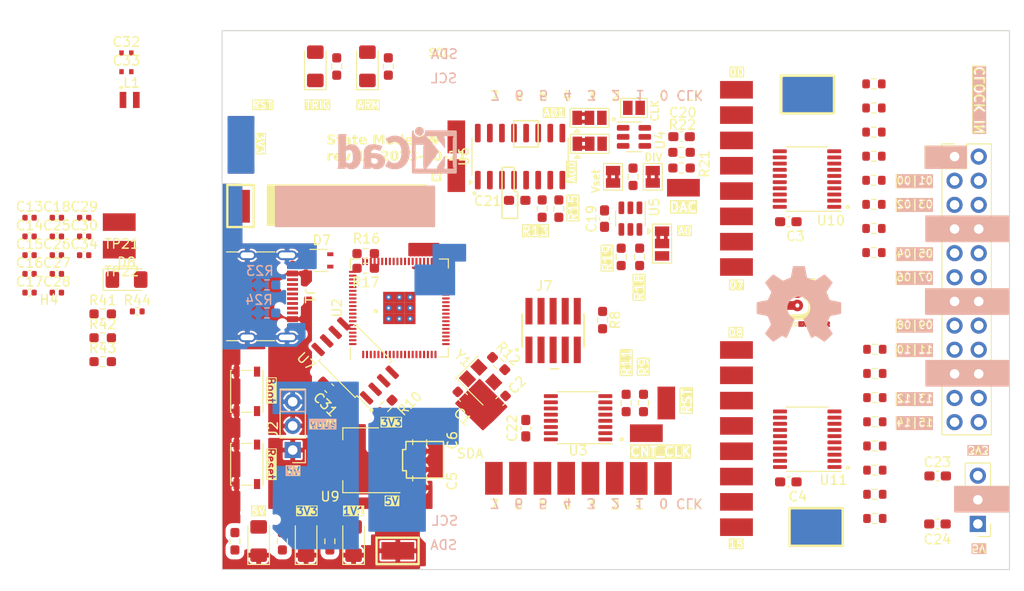
<source format=kicad_pcb>
(kicad_pcb (version 20240108) (generator "pcbnew") (generator_version "8.0")
  (title_block (title "State Mode Logic Analyzer (Half Design)") (date "2023-10-22") (rev "1") (company "baldengineer.com") (comment 1 "J. Lewis"))
  (layers (0 "F.Cu" signal) (1 "In1.Cu" signal) (2 "In2.Cu" signal) (31 "B.Cu" signal) (34 "B.Paste" user) (35 "F.Paste" user) (36 "B.SilkS" user "B.Silkscreen") (37 "F.SilkS" user "F.Silkscreen") (38 "B.Mask" user) (39 "F.Mask" user) (44 "Edge.Cuts" user))
  (net 0 "")
  (net 1 "GND")
  (net 2 "Net-(C2-Pad1)")
  (net 3 "+5V")
  (net 4 "+3V3")
  (net 5 "+1V1")
  (net 6 "Net-(D1-A)")
  (net 7 "Net-(D2-A)")
  (net 8 "Net-(D3-A)")
  (net 9 "Net-(D4-A)")
  (net 10 "Net-(D5-A)")
  (net 11 "Net-(U2-XIN)")
  (net 12 "Net-(J1-CC1)")
  (net 14 "Net-(J1-CC2)")
  (net 16 "/IN_CLK")
  (net 17 "/IN00")
  (net 18 "/IN01")
  (net 19 "/IN02")
  (net 20 "/IN03")
  (net 21 "/IN04")
  (net 22 "/IN05")
  (net 23 "/IN06")
  (net 24 "/IN07")
  (net 25 "/IN08")
  (net 26 "/IN09")
  (net 27 "/IN10")
  (net 28 "/IN11")
  (net 29 "/IN12")
  (net 30 "/IN13")
  (net 31 "/IN14")
  (net 32 "/IN15")
  (net 33 "Net-(U3A-CK)")
  (net 34 "Net-(U3A-Reset)")
  (net 35 "Net-(U6-SCL)")
  (net 36 "Net-(U6-SDA)")
  (net 37 "Net-(U5-SCL)")
  (net 38 "Net-(U5-SDA)")
  (net 42 "/AD0")
  (net 43 "/AD1")
  (net 44 "Net-(JP3-A)")
  (net 45 "Net-(JP4-A)")
  (net 46 "/DIV")
  (net 47 "/Vset")
  (net 48 "/SDA")
  (net 49 "/SCL")
  (net 50 "Net-(U6-O2)")
  (net 51 "Net-(U6-O1)")
  (net 52 "Net-(R10-Pad2)")
  (net 53 "/CNT_RESET")
  (net 54 "/TS0")
  (net 55 "/TS1")
  (net 56 "/TS2")
  (net 57 "/TS3")
  (net 58 "/TS4")
  (net 59 "/TS5")
  (net 60 "/TS6")
  (net 61 "/TS7")
  (net 62 "/CNT_CLK")
  (net 63 "/A")
  (net 64 "/CLK")
  (net 65 "/LA_Enable")
  (net 66 "/VREG_AVDD")
  (net 67 "Net-(D8-A)")
  (net 68 "Net-(U2-XOUT)")
  (net 69 "Net-(U2-QSPI_SD2)")
  (net 70 "Net-(U2-QSPI_SD3)")
  (net 72 "/BUF00")
  (net 73 "/BUF01")
  (net 74 "/BUF02")
  (net 75 "/BUF03")
  (net 76 "/BUF04")
  (net 77 "/BUF05")
  (net 78 "/BUF06")
  (net 79 "/BUF07")
  (net 80 "/BUF08")
  (net 81 "/BUF09")
  (net 82 "/BUF10")
  (net 83 "/BUF11")
  (net 84 "/BUF12")
  (net 85 "/BUF13")
  (net 86 "/BUF14")
  (net 87 "/BUF15")
  (net 89 "/VBUS")
  (net 90 "/A0")
  (net 91 "/A1")
  (net 92 "/A2")
  (net 93 "/A3")
  (net 94 "/A4")
  (net 95 "/A5")
  (net 96 "/A6")
  (net 97 "/A7")
  (net 98 "/A8")
  (net 99 "/A9")
  (net 100 "/A10")
  (net 101 "/A11")
  (net 102 "/A12")
  (net 103 "/A13")
  (net 104 "/A14")
  (net 105 "/A15")
  (net 106 "/W")
  (net 107 "Net-(U2-QSPI_SD0)")
  (net 108 "/USB_DP")
  (net 109 "/SWD")
  (net 110 "/SWCLK")
  (net 111 "/Run")
  (net 112 "/~{CS}")
  (net 113 "Net-(U2-QSPI_SD1)")
  (net 114 "/DP")
  (net 115 "/USB_DN")
  (net 116 "/DN")
  (net 117 "Net-(U2-QSPI_SCLK)")
  (net 118 "/VREG_LX")
  (net 119 "/BUF19")
  (net 120 "/BUF30")
  (net 121 "/BUF29")
  (net 122 "/BUF26")
  (net 123 "/BUF23")
  (net 124 "/BUF31")
  (net 125 "/BUF22")
  (net 126 "/BUF25")
  (net 127 "/BUF24")
  (net 128 "/BUF16")
  (net 129 "/BUF17")
  (net 130 "/BUF21")
  (net 131 "/BUF18")
  (net 132 "/BUF28")
  (net 133 "/BUF20")
  (net 134 "/BUF27")
  (footprint "Resistor_SMD:R_0603_1608Metric_Pad0.98x0.95mm_HandSolder" (layer "F.Cu") (at 106.025 69.375 90)
    (property "Reference" "R11" (at 4.225 0.05 90) (layer "F.SilkS" knockout))
    (property "Value" "0")
    (pad "1" smd roundrect (at -0.9125 0 90) (size 0.975 0.95) (layers "F.Cu" "F.Paste" "F.Mask") (net 34 "Net-(U3A-Reset)"))
    (pad "2" smd roundrect (at 0.9125 0 90) (size 0.975 0.95) (layers "F.Cu" "F.Paste" "F.Mask") (net 53 "/CNT_RESET"))
  )
  (footprint "MountingHole:MountingHole_2.7mm" (layer "F.Cu") (at 138.75 33.975)
    (property "Reference" "H1" (hide yes))
    (property "Value" "MountingHole")
    (pad "" np_thru_hole circle (at 0 0) (size 2.7 2.7) (drill 2.7) (layers "*.Cu" "*.Mask"))
  )
  (footprint "Resistor_SMD:R_0603_1608Metric_Pad0.98x0.95mm_HandSolder" (layer "F.Cu") (at 92.625 65.225 -45)
    (property "Reference" "R12" (at -0.009784 -1.439785 135) (layer "F.SilkS"))
    (property "Value" "0")
    (pad "1" smd roundrect (at -0.9125 0 315) (size 0.975 0.95) (layers "F.Cu" "F.Paste" "F.Mask") (net 68 "Net-(U2-XOUT)"))
    (pad "2" smd roundrect (at 0.9125 0 315) (size 0.975 0.95) (layers "F.Cu" "F.Paste" "F.Mask") (net 2 "Net-(C2-Pad1)"))
  )
  (footprint "LED_SMD:LED_1206_3216Metric_Pad1.42x1.75mm_HandSolder" (layer "F.Cu") (at 77.375 83.9 90)
    (property "Reference" "D3" (hide yes))
    (property "Value" "1v1")
    (pad "1" smd roundrect (at -1.4875 0 90) (size 1.425 1.75) (layers "F.Cu" "F.Paste" "F.Mask") (roundrect_rratio 0.1754392982) (net 1 "GND"))
    (pad "2" smd roundrect (at 1.4875 0 90) (size 1.425 1.75) (layers "F.Cu" "F.Paste" "F.Mask") (roundrect_rratio 0.1754392982) (net 8 "Net-(D3-A)"))
  )
  (footprint "MountingHole:MountingHole_2.7mm" (layer "F.Cu") (at 71.5 42.975)
    (property "Reference" "H2" (hide yes))
    (property "Value" "MountingHole")
    (pad "" np_thru_hole circle (at 0 0) (size 2.7 2.7) (drill 2.7) (layers "*.Cu" "*.Mask"))
  )
  (footprint "Crystal:Crystal_SMD_3225-4Pin_3.2x2.5mm" (layer "F.Cu") (at 90.725 67 -45)
    (property "Reference" "Y1" (at -2.952171 -0.30052 135) (layer "F.SilkS"))
    (property "Value" "ECS-120-18-33-JEM-TR")
    (pad "1" smd rect (at -1.1 0.85 315) (size 1.4 1.2) (layers "F.Cu" "F.Paste" "F.Mask") (net 11 "Net-(U2-XIN)"))
    (pad "2" smd rect (at 1.1 0.85 315) (size 1.4 1.2) (layers "F.Cu" "F.Paste" "F.Mask") (net 1 "GND"))
    (pad "3" smd rect (at 1.1 -0.85 315) (size 1.4 1.2) (layers "F.Cu" "F.Paste" "F.Mask") (net 2 "Net-(C2-Pad1)"))
    (pad "4" smd rect (at -1.1 -0.85 315) (size 1.4 1.2) (layers "F.Cu" "F.Paste" "F.Mask") (net 1 "GND"))
  )
  (footprint "Resistor_SMD:R_0603_1608Metric_Pad0.98x0.95mm_HandSolder" (layer "F.Cu") (at 51.0034 60.0008)
    (property "Reference" "R41" (at 0 -1.43 0) (layer "F.SilkS"))
    (property "Value" "4k7")
    (pad "1" smd roundrect (at -0.9125 0) (size 0.975 0.95) (layers "F.Cu" "F.Paste" "F.Mask") (net 4 "+3V3"))
    (pad "2" smd roundrect (at 0.9125 0) (size 0.975 0.95) (layers "F.Cu" "F.Paste" "F.Mask") (net 48 "/SDA"))
  )
  (footprint "My Libraries:Harwin-S1751-46-Test-Point" (layer "F.Cu") (at 52.7384 50.3458)
    (property "Reference" "TP21" (at 0.254 2.286 0) (layer "F.SilkS"))
    (property "Value" "TestPoint_Harwin")
    (pad "1" smd rect (at 0 0) (size 3.45 1.85) (layers "F.Cu" "F.Paste" "F.Mask") (net 48 "/SDA"))
  )
  (footprint "Capacitor_SMD:C_0603_1608Metric" (layer "F.Cu") (at 88.875 68.75 -45)
    (property "Reference" "C1" (at 1.414214 1.484924 135) (layer "F.SilkS"))
    (property "Value" "27p")
    (pad "1" smd roundrect (at -0.775 0 315) (size 0.9 0.95) (layers "F.Cu" "F.Paste" "F.Mask") (net 11 "Net-(U2-XIN)"))
    (pad "2" smd roundrect (at 0.775 0 315) (size 0.9 0.95) (layers "F.Cu" "F.Paste" "F.Mask") (net 1 "GND"))
  )
  (footprint "My Libraries:Harwin-S1751-46-Test-Point" (layer "F.Cu") (at 92.125 77.3 -90)
    (property "Reference" "TP7" (hide yes))
    (property "Value" "TestPoint_Harwin")
    (pad "1" smd rect (at 0 0 270) (size 3.45 1.85) (layers "F.Cu" "F.Paste" "F.Mask") (net 61 "/TS7"))
  )
  (footprint "My Libraries:Harwin-S1751-46-Test-Point" (layer "F.Cu") (at 102.275 77.3 -90)
    (property "Reference" "TP3" (hide yes))
    (property "Value" "TestPoint_Harwin")
    (pad "1" smd rect (at 0 0 270) (size 3.45 1.85) (layers "F.Cu" "F.Paste" "F.Mask") (net 57 "/TS3"))
  )
  (footprint "Jumper:SolderJumper-3_P1.3mm_Bridged2Bar12_Pad1.0x1.5mm" (layer "F.Cu") (at 102.2 42.1)
    (property "Reference" "JP1" (hide yes))
    (property "Value" "AD0")
    (fp_poly (pts (xy -0.9 -0.6) (xy -0.4 -0.6) (xy -0.4 -0.2) (xy -0.9 -0.2)) (fill solid) (layer "F.Cu"))
    (fp_poly (pts (xy -0.9 0.2) (xy -0.4 0.2) (xy -0.4 0.6) (xy -0.9 0.6)) (fill solid) (layer "F.Cu"))
    (pad "1" smd rect (at -1.3 0) (size 1 1.5) (layers "F.Cu" "F.Mask") (net 42 "/AD0"))
    (pad "2" smd rect (at 0 0) (size 1 1.5) (layers "F.Cu" "F.Mask") (net 1 "GND"))
    (pad "3" smd rect (at 1.3 0) (size 1 1.5) (layers "F.Cu" "F.Mask") (net 4 "+3V3"))
  )
  (footprint "Button_Switch_SMD:SW_SPST_PTS810" (layer "F.Cu") (at 66.15 75.825 -90)
    (property "Reference" "SW1" (hide yes))
    (property "Value" "Reset 0")
    (pad "1" smd rect (at -2.075 -1.075 270) (size 1.05 0.65) (layers "F.Cu" "F.Paste" "F.Mask") (net 111 "/Run"))
    (pad "1" smd rect (at 2.075 -1.075 270) (size 1.05 0.65) (layers "F.Cu" "F.Paste" "F.Mask") (net 111 "/Run"))
    (pad "2" smd rect (at -2.075 1.075 270) (size 1.05 0.65) (layers "F.Cu" "F.Paste" "F.Mask") (net 1 "GND"))
    (pad "2" smd rect (at 2.075 1.075 270) (size 1.05 0.65) (layers "F.Cu" "F.Paste" "F.Mask") (net 1 "GND"))
  )
  (footprint "Connector_PinHeader_2.54mm:PinHeader_1x03_P2.54mm_Vertical" (layer "F.Cu") (at 143 82.1 180)
    (property "Reference" "J6" (hide yes))
    (property "Value" "Probe Power")
    (pad "1" thru_hole rect (at 0 0 180) (size 1.7 1.7) (drill 1) (layers "*.Cu" "*.Mask") (net 3 "+5V"))
    (pad "2" thru_hole oval (at 0 2.54 180) (size 1.7 1.7) (drill 1) (layers "*.Cu" "*.Mask") (net 1 "GND"))
    (pad "3" thru_hole oval (at 0 5.08 180) (size 1.7 1.7) (drill 1) (layers "*.Cu" "*.Mask") (net 4 "+3V3"))
  )
  (footprint "LED_SMD:LED_1206_3216Metric_Pad1.42x1.75mm_HandSolder" (layer "F.Cu") (at 73.35 33.95 90)
    (property "Reference" "D5" (hide yes))
    (property "Value" "Triggered")
    (pad "1" smd roundrect (at -1.4875 0 90) (size 1.425 1.75) (layers "F.Cu" "F.Paste" "F.Mask") (roundrect_rratio 0.1754392982) (net 1 "GND"))
    (pad "2" smd roundrect (at 1.4875 0 90) (size 1.425 1.75) (layers "F.Cu" "F.Paste" "F.Mask") (roundrect_rratio 0.1754392982) (net 10 "Net-(D5-A)"))
  )
  (footprint "My Libraries:Harwin-S1751-46-Test-Point" (layer "F.Cu") (at 112.05 46.725 180)
    (property "Reference" "TP12" (hide yes))
    (property "Value" "TestPoint_Harwin")
    (pad "1" smd rect (at 0 0 180) (size 3.45 1.85) (layers "F.Cu" "F.Paste" "F.Mask") (net 45 "Net-(JP4-A)"))
  )
  (footprint "My Libraries:Harwin-S1751-46-Test-Point" (layer "F.Cu") (at 117.625 49.739999)
    (property "Reference" "TP105" (hide yes))
    (property "Value" "TestPoint_Harwin")
    (pad "1" smd rect (at 0 0) (size 3.45 1.85) (layers "F.Cu" "F.Paste" "F.Mask") (net 77 "/BUF05"))
  )
  (footprint "My Libraries:Harwin-S1751-46-Test-Point" (layer "F.Cu") (at 117.625 69.125)
    (property "Reference" "TP110" (hide yes))
    (property "Value" "TestPoint_Harwin")
    (pad "1" smd rect (at 0 0) (size 3.45 1.85) (layers "F.Cu" "F.Paste" "F.Mask") (net 82 "/BUF10"))
  )
  (footprint "Connector_USB:USB_C_Receptacle_GCT_USB4105-xx-A_16P_TopMnt_Horizontal" (layer "F.Cu") (at 67.275 58.15 -90)
    (property "Reference" "J1" (at 0 -5.5 -90) (layer "F.SilkS"))
    (property "Value" "USB0")
    (pad "" np_thru_hole circle (at -2.89 -2.605 270) (size 0.65 0.65) (drill 0.65) (layers "F&B.Cu" "*.Mask"))
    (pad "" np_thru_hole circle (at 2.89 -2.605 270) (size 0.65 0.65) (drill 0.65) (layers "F&B.Cu" "*.Mask"))
    (pad "A1" smd rect (at -3.2 -3.68 270) (size 0.6 1.15) (layers "F.Cu" "F.Paste" "F.Mask") (net 1 "GND"))
    (pad "A4" smd rect (at -2.4 -3.68 270) (size 0.6 1.15) (layers "F.Cu" "F.Paste" "F.Mask") (net 89 "/VBUS"))
    (pad "A5" smd rect (at -1.25 -3.68 270) (size 0.3 1.15) (layers "F.Cu" "F.Paste" "F.Mask") (net 12 "Net-(J1-CC1)"))
    (pad "A6" smd rect (at -0.25 -3.68 270) (size 0.3 1.15) (layers "F.Cu" "F.Paste" "F.Mask") (net 108 "/USB_DP"))
    (pad "A7" smd rect (at 0.25 -3.68 270) (size 0.3 1.15) (layers "F.Cu" "F.Paste" "F.Mask") (net 115 "/USB_DN"))
    (pad "A8" smd rect (at 1.25 -3.68 270) (size 0.3 1.15) (layers "F.Cu" "F.Paste" "F.Mask"))
    (pad "A9" smd rect (at 2.4 -3.68 270) (size 0.6 1.15) (layers "F.Cu" "F.Paste" "F.Mask") (net 89 "/VBUS"))
    (pad "A12" smd rect (at 3.2 -3.68 270) (size 0.6 1.15) (layers "F.Cu" "F.Paste" "F.Mask") (net 1 "GND"))
    (pad "B1" smd rect (at 3.2 -3.68 270) (size 0.6 1.15) (layers "F.Cu" "F.Paste" "F.Mask") (net 1 "GND"))
    (pad "B4" smd rect (at 2.4 -3.68 270) (size 0.6 1.15) (layers "F.Cu" "F.Paste" "F.Mask") (net 89 "/VBUS"))
    (pad "B5" smd rect (at 1.75 -3.68 270) (size 0.3 1.15) (layers "F.Cu" "F.Paste" "F.Mask") (net 14 "Net-(J1-CC2)"))
    (pad "B6" smd rect (at 0.75 -3.68 270) (size 0.3 1.15) (layers "F.Cu" "F.Paste" "F.Mask") (net 108 "/USB_DP"))
    (pad "B7" smd rect (at -0.75 -3.68 270) (size 0.3 1.15) (layers "F.Cu" "F.Paste" "F.Mask") (net 115 "/USB_DN"))
    (pad "B8" smd rect (at -1.75 -3.68 270) (size 0.3 1.15) (layers "F.Cu" "F.Paste" "F.Mask"))
    (pad "B9" smd rect (at -2.4 -3.68 270) (size 0.6 1.15) (layers "F.Cu" "F.Paste" "F.Mask") (net 89 "/VBUS"))
    (pad "B12" smd rect (at -3.2 -3.68 270) (size 0.6 1.15) (layers "F.Cu" "F.Paste" "F.Mask") (net 1 "GND"))
    (pad "S1" thru_hole oval (at -4.32 -3.105 270) (size 1 2.1) (drill oval 0.6 1.7) (layers "*.Cu" "*.Mask" "F.Paste") (net 1 "GND"))
    (pad "S1" thru_hole oval (at -4.32 1.075 270) (size 1 1.8) (drill oval 0.6 1.4) (layers "*.Cu" "*.Mask" "F.Paste") (net 1 "GND"))
    (pad "S1" thru_hole oval (at 4.32 -3.105 270) (size 1 2.1) (drill oval 0.6 1.7) (layers "*.Cu" "*.Mask" "F.Paste") (net 1 "GND"))
    (pad "S1" thru_hole oval (at 4.32 1.075 270) (size 1 1.8) (drill oval 0.6 1.4) (layers "*.Cu" "*.Mask" "F.Paste") (net 1 "GND"))
  )
  (footprint "Resistor_SMD:R_0603_1608Metric" (layer "F.Cu") (at 132.17 68.810714 180)
    (property "Reference" "R35" (hide yes))
    (property "Value" "220")
    (pad "1" smd roundrect (at -0.825 0 180) (size 0.8 0.95) (layers "F.Cu" "F.Paste" "F.Mask") (net 27 "/IN10"))
    (pad "2" smd roundrect (at 0.825 0 180) (size 0.8 0.95) (layers "F.Cu" "F.Paste" "F.Mask") (net 100 "/A10"))
  )
  (footprint "Resistor_SMD:R_0603_1608Metric" (layer "F.Cu") (at 132.075 51.014284 180)
    (property "Reference" "R31" (hide yes))
    (property "Value" "220")
    (pad "1" smd roundrect (at -0.825 0 180) (size 0.8 0.95) (layers "F.Cu" "F.Paste" "F.Mask") (net 23 "/IN06"))
    (pad "2" smd roundrect (at 0.825 0 180) (size 0.8 0.95) (layers "F.Cu" "F.Paste" "F.Mask") (net 96 "/A6"))
  )
  (footprint "Capacitor_SMD:C_0603_1608Metric_Pad1.08x0.95mm_HandSolder" (layer "F.Cu") (at 103.75 49.975 -90)
    (property "Reference" "C19" (at 0.025 1.375 90) (layer "F.SilkS"))
    (property "Value" "1u")
    (pad "1" smd roundrect (at -0.8625 0 270) (size 1.075 0.95) (layers "F.Cu" "F.Paste" "F.Mask") (net 4 "+3V3"))
    (pad "2" smd roundrect (at 0.8625 0 270) (size 1.075 0.95) (layers "F.Cu" "F.Paste" "F.Mask") (net 1 "GND"))
  )
  (footprint "Capacitor_SMD:C_0402_1005Metric" (layer "F.Cu") (at 43.3134 51.8508)
    (property "Reference" "C14" (at 0 -1.16 0) (layer "F.SilkS"))
    (property "Value" "4.7u")
    (pad "1" smd roundrect (at -0.48 0) (size 0.56 0.62) (layers "F.Cu" "F.Paste" "F.Mask") (net 5 "+1V1"))
    (pad "2" smd roundrect (at 0.48 0) (size 0.56 0.62) (layers "F.Cu" "F.Paste" "F.Mask") (net 1 "GND"))
  )
  (footprint "Resistor_SMD:R_0603_1608Metric_Pad0.98x0.95mm_HandSolder" (layer "F.Cu") (at 51.0034 62.5108)
    (property "Reference" "R42" (at 0 -1.43 0) (layer "F.SilkS"))
    (property "Value" "4k7")
    (pad "1" smd roundrect (at -0.9125 0) (size 0.975 0.95) (layers "F.Cu" "F.Paste" "F.Mask") (net 4 "+3V3"))
    (pad "2" smd roundrect (at 0.9125 0) (size 0.975 0.95) (layers "F.Cu" "F.Paste" "F.Mask") (net 49 "/SCL"))
  )
  (footprint "Resistor_SMD:R_0603_1608Metric" (layer "F.Cu") (at 132.17 66.267857 180)
    (property "Reference" "R34" (hide yes))
    (property "Value" "220")
    (pad "1" smd roundrect (at -0.825 0 180) (size 0.8 0.95) (layers "F.Cu" "F.Paste" "F.Mask") (net 26 "/IN09"))
    (pad "2" smd roundrect (at 0.825 0 180) (size 0.8 0.95) (layers "F.Cu" "F.Paste" "F.Mask") (net 99 "/A9"))
  )
  (footprint "Capacitor_SMD:C_0603_1608Metric_Pad1.08x0.95mm_HandSolder" (layer "F.Cu") (at 138.75 82.1 180)
    (property "Reference" "C24" (at 0 -1.625 0) (layer "F.SilkS"))
    (property "Value" "1u")
    (pad "1" smd roundrect (at -0.8625 0 180) (size 1.075 0.95) (layers "F.Cu" "F.Paste" "F.Mask") (net 3 "+5V"))
    (pad "2" smd roundrect (at 0.8625 0 180) (size 1.075 0.95) (layers "F.Cu" "F.Paste" "F.Mask") (net 1 "GND"))
  )
  (footprint "Package_TO_SOT_SMD:SOT-23-6" (layer "F.Cu") (at 106.475 49.975 -90)
    (property "Reference" "U5" (at -1.2 -2.525 90) (layer "F.SilkS"))
    (property "Value" "MCP4725")
    (pad "1" smd roundrect (at -1.1375 -0.95 270) (size 1.325 0.6) (layers "F.Cu" "F.Paste" "F.Mask") (net 45 "Net-(JP4-A)"))
    (pad "2" smd roundrect (at -1.1375 0 270) (size 1.325 0.6) (layers "F.Cu" "F.Paste" "F.Mask") (net 1 "GND"))
    (pad "3" smd roundrect (at -1.1375 0.95 270) (size 1.325 0.6) (layers "F.Cu" "F.Paste" "F.Mask") (net 4 "+3V3"))
    (pad "4" smd roundrect (at 1.1375 0.95 270) (size 1.325 0.6) (layers "F.Cu" "F.Paste" "F.Mask") (net 38 "Net-(U5-SDA)"))
    (pad "5" smd roundrect (at 1.1375 0 270) (size 1.325 0.6) (layers "F.Cu" "F.Paste" "F.Mask") (net 37 "Net-(U5-SCL)"))
    (pad "6" smd roundrect (at 1.1375 -0.95 270) (size 1.325 0.6) (layers "F.Cu" "F.Paste" "F.Mask") (net 44 "Net-(JP3-A)"))
  )
  (footprint "Capacitor_SMD:C_0402_1005Metric" (layer "F.Cu") (at 43.3134 57.7608)
    (property "Reference" "C17" (at 0 -1.16 0) (layer "F.SilkS"))
    (property "Value" "100n")
    (pad "1" smd roundrect (at -0.48 0) (size 0.56 0.62) (layers "F.Cu" "F.Paste" "F.Mask") (net 4 "+3V3"))
    (pad "2" smd roundrect (at 0.48 0) (size 0.56 0.62) (layers "F.Cu" "F.Paste" "F.Mask") (net 1 "GND"))
  )
  (footprint "Capacitor_SMD:C_0402_1005Metric" (layer "F.Cu") (at 46.1834 49.8808)
    (property "Reference" "C18" (at 0 -1.16 0) (layer "F.SilkS"))
    (property "Value" "100n")
    (pad "1" smd roundrect (at -0.48 0) (size 0.56 0.62) (layers "F.Cu" "F.Paste" "F.Mask") (net 4 "+3V3"))
    (pad "2" smd roundrect (at 0.48 0) (size 0.56 0.62) (layers "F.Cu" "F.Paste" "F.Mask") (net 1 "GND"))
  )
  (footprint "My Libraries:Harwin-S1751-46-Test-Point" (layer "F.Cu") (at 117.625 41.75)
    (property "Reference" "TP102" (hide yes))
    (property "Value" "TestPoint_Harwin")
    (pad "1" smd rect (at 0 0) (size 3.45 1.85) (layers "F.Cu" "F.Paste" "F.Mask") (net 74 "/BUF02"))
  )
  (footprint "Resistor_SMD:R_0603_1608Metric" (layer "F.Cu") (at 132.17 78.982142 180)
    (property "Reference" "R39" (hide yes))
    (property "Value" "220")
    (pad "1" smd roundrect (at -0.825 0 180) (size 0.8 0.95) (layers "F.Cu" "F.Paste" "F.Mask") (net 31 "/IN14"))
    (pad "2" smd roundrect (at 0.825 0 180) (size 0.8 0.95) (layers "F.Cu" "F.Paste" "F.Mask") (net 104 "/A14"))
  )
  (footprint "Resistor_SMD:R_0603_1608Metric_Pad0.98x0.95mm_HandSolder" (layer "F.Cu") (at 107.445 54 -90)
    (property "Reference" "R18" (at 3.225 0.02 90) (layer "F.SilkS" knockout))
    (property "Value" "0")
    (pad "1" smd roundrect (at -0.9125 0 270) (size 0.975 0.95) (layers "F.Cu" "F.Paste" "F.Mask") (net 37 "Net-(U5-SCL)"))
    (pad "2" smd roundrect (at 0.9125 0 270) (size 0.975 0.95) (layers "F.Cu" "F.Paste" "F.Mask") (net 49 "/SCL"))
  )
  (footprint "Package_SO:SOIC-8_5.23x5.23mm_P1.27mm" (layer "F.Cu") (at 77.54012 64.94012 135)
    (property "Reference" "U7" (at 3.60995 -3.694633 135) (layer "F.SilkS"))
    (property "Value" "IS25LP128F-JBLE")
    (pad "1" smd roundrect (at -3.6 -1.905 135) (size 1.6 0.6) (layers "F.Cu" "F.Paste" "F.Mask") (net 112 "/~{CS}"))
    (pad "2" smd roundrect (at -3.6 -0.635 135) (size 1.6 0.6) (layers "F.Cu" "F.Paste" "F.Mask") (net 113 "Net-(U2-QSPI_SD1)"))
    (pad "3" smd roundrect (at -3.6 0.635 135) (size 1.6 0.6) (layers "F.Cu" "F.Paste" "F.Mask") (net 69 "Net-(U2-QSPI_SD2)"))
    (pad "4" smd roundrect (at -3.6 1.905 135) (size 1.6 0.6) (layers "F.Cu" "F.Paste" "F.Mask") (net 1 "GND"))
    (pad "5" smd roundrect (at 3.6 1.905 135) (size 1.6 0.6) (layers "F.Cu" "F.Paste" "F.Mask") (net 107 "Net-(U2-QSPI_SD0)"))
    (pad "6" smd roundrect (at 3.6 0.635 135) (size 1.6 0.6) (layers "F.Cu" "F.Paste" "F.Mask") (net 117 "Net-(U2-QSPI_SCLK)"))
    (pad "7" smd roundrect (at 3.6 -0.635 135) (size 1.6 0.6) (layers "F.Cu" "F.Paste" "F.Mask") (net 70 "Net-(U2-QSPI_SD3)"))
    (pad "8" smd roundrect (at 3.6 -1.905 135) (size 1.6 0.6) (layers "F.Cu" "F.Paste" "F.Mask") (net 4 "+3V3"))
  )
  (footprint "Resistor_SMD:R_0603_1608Metric" (layer "F.Cu") (at 132.075 35.8 180)
    (property "Reference" "R25" (hide yes))
    (property "Value" "220")
    (pad "1" smd roundrect (at -0.825 0 180) (size 0.8 0.95) (layers "F.Cu" "F.Paste" "F.Mask") (net 17 "/IN00"))
    (pad "2" smd roundrect (at 0.825 0 180) (size 0.8 0.95) (layers "F.Cu" "F.Paste" "F.Mask") (net 90 "/A0"))
  )
  (footprint "Resistor_SMD:R_0603_1608Metric_Pad0.98x0.95mm_HandSolder" (layer "F.Cu") (at 106.75 45.575 -90)
    (property "Reference" "R20" (hide yes))
    (property "Value" "DNP")
    (pad "1" smd roundrect (at -0.9125 0 270) (size 0.975 0.95) (layers "F.Cu" "F.Paste" "F.Mask") (net 47 "/Vset"))
    (pad "2" smd roundrect (at 0.9125 0 270) (size 0.975 0.95) (layers "F.Cu" "F.Paste" "F.Mask") (net 1 "GND"))
  )
  (footprint "Package_TO_SOT_SMD:SOT-353_SC-70-5" (layer "F.Cu") (at 73.975 54.375)
    (property "Reference" "D7" (at 0.05 -2.125 0) (layer "F.SilkS"))
    (property "Value" "BZA856AVL")
    (pad "1" smd rect (at -0.95 -0.65) (size 0.65 0.4) (layers "F.Cu" "F.Paste" "F.Mask"))
    (pad "2" smd rect (at -0.95 0) (size 0.65 0.4) (layers "F.Cu" "F.Paste" "F.Mask") (net 1 "GND"))
    (pad "3" smd rect (at -0.95 0.65) (size 0.65 0.4) (layers "F.Cu" "F.Paste" "F.Mask") (net 89 "/VBUS"))
    (pad "4" smd rect (at 0.95 0.65) (size 0.65 0.4) (layers "F.Cu" "F.Paste" "F.Mask") (net 108 "/USB_DP"))
    (pad "5" smd rect (at 0.95 -0.65) (size 0.65 0.4) (layers "F.Cu" "F.Paste" "F.Mask") (net 115 "/USB_DN"))
  )
  (footprint "My Libraries:Harwin-S1751-46-Test-Point" (layer "F.Cu") (at 126.025 82.4)
    (property "Reference" "TP18" (hide yes))
    (property "Value" "TestPoint_Harwin")
    (pad "1" smd rect (at 0 0) (size 3.45 1.85) (layers "F.Cu" "F.Paste" "F.Mask") (net 1 "GND"))
  )
  (footprint "Resistor_SMD:R_0402_1005Metric" (layer "F.Cu") (at 54.6334 59.7408)
    (property "Reference" "R44" (at 0 -1.17 0) (layer "F.SilkS"))
    (property "Value" "33")
    (pad "1" smd roundrect (at -0.51 0) (size 0.54 0.64) (layers "F.Cu" "F.Paste" "F.Mask") (net 4 "+3V3"))
    (pad "2" smd roundrect (at 0.51 0) (size 0.54 0.64) (layers "F.Cu" "F.Paste" "F.Mask") (net 66 "/VREG_AVDD"))
  )
  (footprint "Capacitor_SMD:C_0603_1608Metric_Pad1.08x0.95mm_HandSolder" (layer "F.Cu") (at 94.575 48.05 180)
    (property "Reference" "C21" (at 3.1 -0.075 0) (layer "F.SilkS"))
    (property "Value" "1u")
    (pad "1" smd roundrect (at -0.8625 0 180) (size 1.075 0.95) (layers "F.Cu" "F.Paste" "F.Mask") (net 4 "+3V3"))
    (pad "2" smd roundrect (at 0.8625 0 180) (size 1.075 0.95) (layers "F.Cu" "F.Paste" "F.Mask") (net 1 "GND"))
  )
  (footprint "Resistor_SMD:R_0603_1608Metric" (layer "F.Cu") (at 132.075 43.407142 180)
    (property "Reference" "R28" (hide yes))
    (property "Value" "220")
    (pad "1" smd roundrect (at -0.825 0 180) (size 0.8 0.95) (layers "F.Cu" "F.Paste" "F.Mask") (net 20 "/IN03"))
    (pad "2" smd roundrect (at 0.825 0 180) (size 0.8 0.95) (layers "F.Cu" "F.Paste" "F.Mask") (net 93 "/A3"))
  )
  (footprint "My Libraries:Harwin-S1751-46-Test-Point" (layer "F.Cu") (at 117.625 36.423334)
    (property "Reference" "TP100" (hide yes))
    (property "Value" "TestPoint_Harwin")
    (pad "1" smd rect (at 0 0) (size 3.45 1.85) (layers "F.Cu" "F.Paste" "F.Mask") (net 72 "/BUF00"))
  )
  (footprint "My Libraries:Harwin-S1751-46-Test-Point" (layer "F.Cu") (at 117.625 71.788333)
    (property "Reference" "TP111" (hide yes))
    (property "Value" "TestPoint_Harwin")
    (pad "1" smd rect (at 0 0) (size 3.45 1.85) (layers "F.Cu" "F.Paste" "F.Mask") (net 83 "/BUF11"))
  )
  (footprint "Resistor_SMD:R_0603_1608Metric_Pad0.98x0.95mm_HandSolder" (layer "F.Cu") (at 105.505 54 -90)
    (property "Reference" "R19" (at 0.15 1.43 90) (layer "F.SilkS" knockout))
    (property "Value" "0")
    (pad "1" smd roundrect (at -0.9125 0 270) (size 0.975 0.95) (layers "F.Cu" "F.Paste" "F.Mask") (net 38 "Net-(U5-SDA)"))
    (pad "2" smd roundrect (at 0.9125 0 270) (size 0.975 0.95) (layers "F.Cu" "F.Paste" "F.Mask") (net 48 "/SDA"))
  )
  (footprint "My Libraries:Harwin-S1751-46-Test-Point" (layer "F.Cu") (at 109.9 77.315 -90)
    (property "Reference" "TP0" (hide yes))
    (property "Value" "TestPoint_Harwin")
    (pad "1" smd rect (at 0 0 270) (size 3.45 1.85) (layers "F.Cu" "F.Paste" "F.Mask") (net 54 "/TS0"))
  )
  (footprint "My Libraries:Harwin-S1751-46-Test-Point" (layer "F.Cu") (at 117.625 52.403332)
    (property "Reference" "TP106" (hide yes))
    (property "Value" "TestPoint_Harwin")
    (pad "1" smd rect (at 0 0) (size 3.45 1.85) (layers "F.Cu" "F.Paste" "F.Mask") (net 78 "/BUF06"))
  )
  (footprint "Resistor_SMD:R_0603_1608Metric_Pad0.98x0.95mm_HandSolder" (layer "F.Cu") (at 51.0034 65.0208)
    (property "Reference" "R43" (at 0 -1.43 0) (layer "F.SilkS"))
    (property "Value" "1k")
    (pad "1" smd roundrect (at -0.9125 0) (size 0.975 0.95) (layers "F.Cu" "F.Paste" "F.Mask") (net 53 "/CNT_RESET"))
    (pad "2" smd roundrect (at 0.9125 0) (size 0.975 0.95) (layers "F.Cu" "F.Paste" "F.Mask") (net 67 "Net-(D8-A)"))
  )
  (footprint "LED_SMD:LED_1206_3216Metric_Pad1.42x1.75mm_HandSolder" (layer "F.Cu") (at 78.825 33.95 90)
    (property "Reference" "D4" (hide yes))
    (property "Value" "Armed")
    (pad "1" smd roundrect (at -1.4875 0 90) (size 1.425 1.75) (layers "F.Cu" "F.Paste" "F.Mask") (roundrect_rratio 0.1754392982) (net 1 "GND"))
    (pad "2" smd roundrect (at 1.4875 0 90) (size 1.425 1.75) (layers "F.Cu" "F.Paste" "F.Mask") (roundrect_rratio 0.1754392982) (net 9 "Net-(D4-A)"))
  )
  (footprint "Package_TO_SOT_SMD:TSOT-23-6" (layer "F.Cu") (at 106.85 41.375)
    (property "Reference" "U4" (at 2.75 0.35 90) (layer "F.SilkS"))
    (property "Value" "LTC6994xS6-1")
    (pad "1" smd roundrect (at -1.1375 -0.95) (size 1.325 0.6) (layers "F.Cu" "F.Paste" "F.Mask") (net 16 "/IN_CLK"))
    (pad "2" smd roundrect (at -1.1375 0) (size 1.325 0.6) (layers "F.Cu" "F.Paste" "F.Mask") (net 1 "GND"))
    (pad "3" smd roundrect (at -1.1375 0.95) (size 1.325 0.6) (layers "F.Cu" "F.Paste" "F.Mask") (net 47 "/Vset"))
    (pad "4" smd roundrect (at 1.1375 0.95) (size 1.325 0.6) (layers "F.Cu" "F.Paste" "F.Mask") (net 46 "/DIV"))
    (pad "5" smd roundrect (at 1.1375 0) (size 1.325 0.6) (layers "F.Cu" "F.Paste" "F.Mask") (net 4 "+3V3"))
    (pad "6" smd roundrect (at 1.1375 -0.95) (size 1.325 0.6) (layers "F.Cu" "F.Paste" "F.Mask") (net 64 "/CLK"))
  )
  (footprint "LED_SMD:LED_1206_3216Metric_Pad1.42x1.75mm_HandSolder" (layer "F.Cu") (at 67.395 83.9 90)
    (property "Reference" "D1" (hide yes))
    (property "Value" "5V")
    (pad "1" smd roundrect (at -1.4875 0 90) (size 1.425 1.75) (layers "F.Cu" "F.Paste" "F.Mask") (roundrect_rratio 0.1754392982) (net 1 "GND"))
    (pad "2" smd roundrect (at 1.4875 0 90) (size 1.425 1.75) (layers "F.Cu" "F.Paste" "F.Mask") (roundrect_rratio 0.1754392982) (net 6 "Net-(D1-A)"))
  )
  (footprint "Resistor_SMD:R_0603_1608Metric" (layer "F.Cu") (at 132.075 48.47857 180)
    (property "Reference" "R30" (hide yes))
    (property "Value" "220")
    (pad "1" smd roundrect (at -0.825 0 180) (size 0.8 0.95) (layers "F.Cu" "F.Paste" "F.Mask") (net 22 "/IN05"))
    (pad "2" smd roundrect (at 0.825 0 180) (size 0.8 0.95) (layers "F.Cu" "F.Paste" "F.Mask") (net 95 "/A5"))
  )
  (footprint "Capacitor_SMD:C_0603_1608Metric_Pad1.08x0.95mm_HandSolder" (layer "F.Cu") (at 123.075 50.3 180)
    (property "Reference" "C3" (at -0.75 -1.525 0) (layer "F.SilkS"))
    (property "Value" "1u")
    (pad "1" smd roundrect (at -0.8625 0 180) (size 1.075 0.95) (layers "F.Cu" "F.Paste" "F.Mask") (net 4 "+3V3"))
    (pad "2" smd roundrect (at 0.8625 0 180) (size 1.075 0.95) (layers "F.Cu" "F.Paste" "F.Mask") (net 1 "GND"))
  )
  (footprint "Resistor_SMD:R_0603_1608Metric_Pad0.98x0.95mm_HandSolder" (layer "F.Cu") (at 111.85 44.65 180)
    (property "Reference" "R21" (at -2.425 0.425 90) (layer "F.SilkS"))
    (property "Value" "DNP")
    (pad "1" smd roundrect (at -0.9125 0 180) (size 0.975 0.95) (layers "F.Cu" "F.Paste" "F.Mask") (net 4 "+3V3"))
    (pad "2" smd roundrect (at 0.9125 0 180) (size 0.975 0.95) (layers "F.Cu" "F.Paste" "F.Mask") (net 46 "/DIV"))
  )
  (footprint "Capacitor_SMD:C_0805_2012Metric" (layer "F.Cu") (at 84.325 73.5 -90)
    (property "Reference" "C6" (at -0.2 -3.425 90) (layer "F.SilkS"))
    (property "Value" "1u")
    (pad "1" smd roundrect (at -0.95 0 270) (size 1 1.45) (layers "F.Cu" "F.Paste" "F.Mask") (net 4 "+3V3"))
    (pad "2" smd roundrect (at 0.95 0 270) (size 1 1.45) (layers "F.Cu" "F.Paste" "F.Mask") (net 1 "GND"))
  )
  (footprint "RP2350_80QFN_minimal:RP2350-QFN-80-1EP_10x10_P0.4mm_EP3.4x3.4mm_ThermalVias" (layer "F.Cu") (at 82.184733 59.375533 90)
    (property "Reference" "U2" (at 0 -6.55 90) (layer "F.SilkS"))
    (property "Value" "RP2350_80QFN")
    (pad "1" smd roundrect (at -4.8965 -3.8 180) (size 0.22 0.78) (layers "F.Cu" "F.Paste" "F.Mask") (net 65 "/LA_Enable"))
    (pad "2" smd roundrect (at -4.8965 -3.4 180) (size 0.22 0.78) (layers "F.Cu" "F.Paste" "F.Mask") (net 64 "/CLK"))
    (pad "3" smd roundrect (at -4.8965 -3 180) (size 0.22 0.78) (layers "F.Cu" "F.Paste" "F.Mask") (net 124 "/BUF31"))
    (pad "4" smd roundrect (at -4.8965 -2.6 180) (size 0.22 0.78) (layers "F.Cu" "F.Paste" "F.Mask") (net 120 "/BUF30"))
    (pad "5" smd roundrect (at -4.8965 -2.2 180) (size 0.22 0.78) (layers "F.Cu" "F.Paste" "F.Mask") (net 4 "+3V3"))
    (pad "6" smd roundrect (at -4.8965 -1.8 180) (size 0.22 0.78) (layers "F.Cu" "F.Paste" "F.Mask") (net 121 "/BUF29"))
    (pad "7" smd roundrect (at -4.8965 -1.4 180) (size 0.22 0.78) (layers "F.Cu" "F.Paste" "F.Mask") (net 132 "/BUF28"))
    (pad "8" smd roundrect (at -4.8965 -1 180) (size 0.22 0.78) (layers "F.Cu" "F.Paste" "F.Mask") (net 134 "/BUF27"))
    (pad "9" smd roundrect (at -4.8965 -0.6 180) (size 0.22 0.78) (layers "F.Cu" "F.Paste" "F.Mask") (net 122 "/BUF26"))
    (pad "10" smd roundrect (at -4.8965 -0.2 180) (size 0.22 0.78) (layers "F.Cu" "F.Paste" "F.Mask") (net 5 "+1V1"))
    (pad "11" smd roundrect (at -4.8965 0.2 180) (size 0.22 0.78) (layers "F.Cu" "F.Paste" "F.Mask") (net 126 "/BUF25"))
    (pad "12" smd roundrect (at -4.8965 0.6 180) (size 0.22 0.78) (layers "F.Cu" "F.Paste" "F.Mask") (net 127 "/BUF24"))
    (pad "13" smd roundrect (at -4.8965 1 180) (size 0.22 0.78) (layers "F.Cu" "F.Paste" "F.Mask") (net 123 "/BUF23"))
    (pad "14" smd roundrect (at -4.8965 1.4 180) (size 0.22 0.78) (layers "F.Cu" "F.Paste" "F.Mask") (net 125 "/BUF22"))
    (pad "15" smd roundrect (at -4.8965 1.8 180) (size 0.22 0.78) (layers "F.Cu" "F.Paste" "F.Mask") (net 4 "+3V3"))
    (pad "16" smd roundrect (at -4.8965 2.2 180) (size 0.22 0.78) (layers "F.Cu" "F.Paste" "F.Mask") (net 130 "/BUF21"))
    (pad "17" smd roundrect (at -4.8965 2.6 180) (size 0.22 0.78) (layers "F.Cu" "F.Paste" "F.Mask") (net 133 "/BUF20"))
    (pad "18" smd roundrect (at -4.8965 3 180) (size 0.22 0.78) (layers "F.Cu" "F.Paste" "F.Mask") (net 119 "/BUF19"))
    (pad "19" smd roundrect (at -4.8965 3.4 180) (size 0.22 0.78) (layers "F.Cu" "F.Paste" "F.Mask") (net 131 "/BUF18"))
    (pad "20" smd roundrect (at -4.8965 3.8 180) (size 0.22 0.78) (layers "F.Cu" "F.Paste" "F.Mask") (net 129 "/BUF17"))
    (pad "21" smd roundrect (at -3.8 4.8965 90) (size 0.22 0.78) (layers "F.Cu" "F.Paste" "F.Mask") (net 128 "/BUF16"))
    (pad "22" smd roundrect (at -3.4 4.8965 90) (size 0.22 0.78) (layers "F.Cu" "F.Paste" "F.Mask") (net 64 "/CLK"))
    (pad "23" smd roundrect (at -3 4.8965 90) (size 0.22 0.78) (layers "F.Cu" "F.Paste" "F.Mask") (net 87 "/BUF15"))
    (pad "24" smd roundrect (at -2.6 4.8965 90) (size 0.22 0.78) (layers "F.Cu" "F.Paste" "F.Mask") (net 4 "+3V3"))
    (pad "25" smd roundrect (at -2.2 4.8965 90) (size 0.22 0.78) (layers "F.Cu" "F.Paste" "F.Mask") (net 86 "/BUF14"))
    (pad "26" smd roundrect (at -1.8 4.8965 90) (size 0.22 0.78) (layers "F.Cu" "F.Paste" "F.Mask") (net 85 "/BUF13"))
    (pad "27" smd roundrect (at -1.4 4.8965 90) (size 0.22 0.78) (layers "F.Cu" "F.Paste" "F.Mask") (net 84 "/BUF12"))
    (pad "28" smd roundrect (at -1 4.8965 90) (size 0.22 0.78) (layers "F.Cu" "F.Paste" "F.Mask") (net 83 "/BUF11"))
    (pad "29" smd roundrect (at -0.6 4.8965 90) (size 0.22 0.78) (layers "F.Cu" "F.Paste" "F.Mask") (net 4 "+3V3"))
    (pad "30" smd roundrect (at -0.2 4.8965 90) (size 0.22 0.78) (layers "F.Cu" "F.Paste" "F.Mask") (net 11 "Net-(U2-XIN)"))
    (pad "31" smd roundrect (at 0.2 4.8965 90) (size 0.22 0.78) (layers "F.Cu" "F.Paste" "F.Mask") (net 68 "Net-(U2-XOUT)"))
    (pad "32" smd roundrect (at 0.6 4.8965 90) (size 0.22 0.78) (layers "F.Cu" "F.Paste" "F.Mask") (net 5 "+1V1"))
    (pad "33" smd roundrect (at 1 4.8965 90) (size 0.22 0.78) (layers "F.Cu" "F.Paste" "F.Mask") (net 110 "/SWCLK"))
    (pad "34" smd roundrect (at 1.4 4.8965 90) (size 0.22 0.78) (layers "F.Cu" "F.Paste" "F.Mask") (net 109 "/SWD"))
    (pad "35" smd roundrect (at 1.8 4.8965 90) (size 0.22 0.78) (layers "F.Cu" "F.Paste" "F.Mask") (net 111 "/Run"))
    (pad "36" smd roundrect (at 2.2 4.8965 90) (size 0.22 0.78) (layers "F.Cu" "F.Paste" "F.Mask") (net 82 "/BUF10"))
    (pad "37" smd roundrect (at 2.6 4.8965 90) (size 0.22 0.78) (layers "F.Cu" "F.Paste" "F.Mask") (net 81 "/BUF09"))
    (pad "38" smd roundrect (at 3 4.8965 90) (size 0.22 0.78) (layers "F.Cu" "F.Paste" "F.Mask") (net 80 "/BUF08"))
    (pad "39" smd roundrect (at 3.4 4.8965 90) (size 0.22 0.78) (layers "F.Cu" "F.Paste" "F.Mask") (net 79 "/BUF07"))
    (pad "40" smd roundrect (at 3.8 4.8965 90) (size 0.22 0.78) (layers "F.Cu" "F.Paste" "F.Mask") (net 78 "/BUF06"))
    (pad "41" smd roundrect (at 4.8965 3.8 180) (size 0.22 0.78) (layers "F.Cu" "F.Paste" "F.Mask") (net 4 "+3V3"))
    (pad "42" smd roundrect (at 4.8965 3.4 180) (size 0.22 0.78) (layers "F.Cu" "F.Paste" "F.Mask") (net 77 "/BUF05"))
    (pad "43" smd roundrect (at 4.8965 3 180) (size 0.22 0.78) (layers "F.Cu" "F.Paste" "F.Mask") (net 76 "/BUF04"))
    (pad "44" smd roundrect (at 4.8965 2.6 180) (size 0.22 0.78) (layers "F.Cu" "F.Paste" "F.Mask") (net 75 "/BUF03"))
    (pad "45" smd roundrect (at 4.8965 2.2 180) (size 0.22 0.78) (layers "F.Cu" "F.Paste" "F.Mask") (net 74 "/BUF02"))
    (pad "46" smd roundrect (at 4.8965 1.8 180) (size 0.22 0.78) (layers "F.Cu" "F.Paste" "F.Mask") (net 73 "/BUF01"))
    (pad "47" smd roundrect (at 4.8965 1.4 180) (size 0.22 0.78) (layers "F.Cu" "F.Paste" "F.Mask") (net 72 "/BUF00"))
    (pad "48" smd roundrect (at 4.8965 1 180) (size 0.22 0.78) (layers "F.Cu" "F.Paste" "F.Mask") (net 64 "/CLK"))
    (pad "49" smd roundrect (at 4.8965 0.6 180) (size 0.22 0.78) (layers "F.Cu" "F.Paste" "F.Mask") (net 54 "/TS0"))
    (pad "50" smd roundrect (at 4.8965 0.2 180) (size 0.22 0.78) (layers "F.Cu" "F.Paste" "F.Mask") (net 4 "+3V3"))
    (pad "51" smd roundrect (at 4.8965 -0.2 180) (size 0.22 0.78) (layers "F.Cu" "F.Paste" "F.Mask") (net 5 "+1V1"))
    (pad "52" smd roundrect (at 4.8965 -0.6 180) (size 0.22 0.78) (layers "F.Cu" "F.Paste" "F.Mask") (net 55 "/TS1"))
    (pad "53" smd roundrect (at 4.8965 -1 180) (size 0.22 0.78) (layers "F.Cu" "F.Paste" "F.Mask") (net 56 "/TS2"))
    (pad "54" smd roundrect (at 4.8965 -1.4 180) (size 0.22 0.78) (layers "F.Cu" "F.Paste" "F.Mask") (net 57 "/TS3"))
    (pad "55" smd roundrect (at 4.8965 -1.8 180) (size 0.22 0.78) (layers "F.Cu" "F.Paste" "F.Mask") (net 58 "/TS4"))
    (pad "56" smd roundrect (at 4.8965 -2.2 180) (size 0.22 0.78) (layers "F.Cu" "F.Paste" "F.Mask") (net 59 "/TS5"))
    (pad "57" smd roundrect (at 4.8965 -2.6 180) (size 0.22 0.78) (layers "F.Cu" "F.Paste" "F.Mask") (net 60 "/TS6"))
    (pad "58" smd roundrect (at 4.8965 -3 180) (size 0.22 0.78) (layers "F.Cu" "F.Paste" "F.Mask") (net 61 "/TS7"))
    (pad "59" smd roundrect (at 4.8965 -3.4 180) (size 0.22 0.78) (layers "F.Cu" "F.Paste" "F.Mask") (net 4 "+3V3"))
    (pad "60" smd roundrect (at 4.8965 -3.8 180) (size 0.22 0.78) (layers "F.Cu" "F.Paste" "F.Mask") (net 4 "+3V3"))
    (pad "61" smd roundrect (at 3.8 -4.8965 90) (size 0.22 0.78) (layers "F.Cu" "F.Paste" "F.Mask") (net 66 "/VREG_AVDD"))
    (pad "62" smd roundrect (at 3.4 -4.8965 90) (size 0.22 0.78) (layers "F.Cu" "F.Paste" "F.Mask") (net 1 "GND"))
    (pad "63" smd roundrect (at 3 -4.8965 90) (size 0.22 0.78) (layers "F.Cu" "F.Paste" "F.Mask") (net 118 "/VREG_LX"))
    (pad "64" smd roundrect (at 2.6 -4.8965 90) (size 0.22 0.78) (layers "F.Cu" "F.Paste" "F.Mask") (net 4 "+3V3"))
    (pad "65" smd roundrect (at 2.2 -4.8965 90) (size 0.22 0.78) (layers "F.Cu" "F.Paste" "F.Mask") (net 5 "+1V1"))
    (pad "66" smd roundrect (at 1.8 -4.8965 90) (size 0.22 0.78) (layers "F.Cu" "F.Paste" "F.Mask") (net 116 "/DN"))
    (pad "67" smd roundrect (at 1.4 -4.8965 90) (size 0.22 0.78) (layers "F.Cu" "F.Paste" "F.Mask") (net 114 "/DP"))
    (pad "68" smd roundrect (at 1 -4.8965 90) (size 0.22 0.78) (layers "F.Cu" "F.Paste" "F.Mask") (net 4 "+3V3"))
    (pad "69" smd roundrect (at 0.6 -4.8965 90) (size 0.22 0.78) (layers "F.Cu" "F.Paste" "F.Mask") (net 4 "+3V3"))
    (pad "70" smd roundrect (at 0.2 -4.8965 90) (size 0.22 0.78) (layers "F.Cu" "F.Paste" "F.Mask") (net 70 "Net-(U2-QSPI_SD3)"))
    (pad "71" smd roundrect (at -0.2 -4.8965 90) (size 0.22 0.78) (layers "F.Cu" "F.Paste" "F.Mask") (net 117 "Net-(U2-QSPI_SCLK)"))
    (pad "72" smd roundrect (at -0.6 -4.8965 90) (size 0.22 0.78) (layers "F.Cu" "F.Paste" "F.Mask") (net 107 "Net-(U2-QSPI_SD0)"))
    (pad "73" smd roundrect (at -1 -4.8965 90) (size 0.22 0.78) (layers "F.Cu" "F.Paste" "F.Mask") (net 69 "Net-(U2-QSPI_SD2)"))
    (pad "74" smd roundrect (at -1.4 -4.8965 90) (size 0.22 0.78) (layers "F.Cu" "F.Paste" "F.Mask") (net 113 "Net-(U2-QSPI_SD1)"))
    (pad "75" smd roundrect (at -1.8 -4.8965 90) (size 0.22 0.78) (layers "F.Cu" "F.Paste" "F.Mask") (net 112 "/~{CS}"))
    (pad "76" smd roundrect (at -2.2 -4.8965 90) (size 0.22 0.78) (layers "F.Cu" "F.Paste" "F.Mask") (net 4 "+3V3"))
    (pad "77" smd roundrect (at -2.6 -4.8965 90) (size 0.22 0.78) (layers "F.Cu" "F.Paste" "F.Mask") (net 48 "/SDA"))
    (pad "78" smd roundrect (at -3 -4.8965 90) (size 0.22 0.78) (layers "F.Cu" "F.Paste" "F.Mask") (net 49 "/SCL"))
    (pad "79" smd roundrect (at -3.4 -4.8965 90) (size 0.22 0.78) (layers "F.Cu" "F.Paste" "F.Mask") (net 62 "/CNT_CLK"))
    (pad "80" smd roundrect (at -3.8 -4.8965 90) (size 0.22 0.78) (layers "F.Cu" "F.Paste" "F.Mask") (net 53 "/CNT_RESET"))
    (pad "81" thru_hole circle (at -1.133333 -1.133333 90) (size 0.6 0.6) (drill 0.25) (layers "*.Cu" "*.Mask") (net 1 "GND"))
    (pad "81" smd rect (at -1.133333 -1.133333 90) (size 1.133333 1.133333) (layers "F.Cu" "F.Paste" "F.Mask") (net 1 "GND"))
    (pad "81" thru_hole circle (at -1.133333 0 90) (size 0.6 0.6) (drill 0.25) (layers "*.Cu" "*.Mask") (net 1 "GND"))
    (pad "81" smd rect (at -1.133333 0 90) (size 1.133333 1.133333) (layers "F.Cu" "F.Paste" "F.Mask") (net 1 "GND"))
    (pad "81" thru_hole circle (at -1.133333 1.133333 90) (size 0.6 0.6) (drill 0.25) (layers "*.Cu" "*.Mask") (net 1 "GND"))
    (pad "81" smd rect (at -1.133333 1.133333 90) (size 1.133333 1.133333) (layers "F.Cu" "F.Paste" "F.Mask") (net 1 "GND"))
    (pad "81" thru_hole circle (at 0 -1.133333 90) (size 0.6 0.6) (drill 0.25) (layers "*.Cu" "*.Mask") (net 1 "GND"))
    (pad "81" smd rect (at 0 -1.133333 90) (size 1.133333 1.133333) (layers "F.Cu" "F.Paste" "F.Mask") (net 1 "GND"))
    (pad "81" thru_hole circle (at 0 0 90) (size 0.6 0.6) (drill 0.25) (layers "*.Cu" "*.Mask") (net 1 "GND"))
    (pad "81" smd rect (at 0 0 90) (size 1.133333 1.133333) (layers "F.Cu" "F.Paste" "F.Mask") (net 1 "GND"))
    (pad "81" thru_hole circle (at 0 1.133333 90) (size 0.6 0.6) (drill 0.25) (layers "*.Cu" "*.Mask") (net 1 "GND"))
    (pad "81" smd rect (at 0 1.133333 90) (size 1.133333 1.133333) (layers "F.Cu" "F.Paste" "F.Mask") (net 1 "GND"))
    (pad "81" thru_hole circle (at 1.133333 -1.133333 90) (size 0.6 0.6) (drill 0.25) (layers "*.Cu" "*.Mask") (net 1 "GND"))
    (pad "81" smd rect (at 1.133333 -1.133333 90) (size 1.133333 1.133333) (layers "F.Cu" "F.Paste" "F.Mask") (net 1 "GND"))
    (pad "81" thru_hole circle (at 1.133333 0 90) (size 0.6 0.6) (drill 0.25) (layers "*.Cu" "*.Mask") (net 1 "GND"))
    (pad "81" smd rect (at 1.133333 0 90) (size 1.133333 1.133333) (layers "F.Cu" "F.Paste" "F.Mask") (net 1 "GND"))
    (pad "81" thru_hole circle (at 1.133333 1.133333 90) (size 0.6 0.6) (drill 0.25) (layers "*.Cu" "*.Mask") (net 1 "GND"))
    (pad "81" smd rect (at 1.133333 1.133333 90) (size 1.133333 1.133333) (layers "F.Cu" "F.Paste" "F.Mask") (net 1 "GND"))
  )
  (footprint "Jumper:SolderJumper-2_P1.3mm_Open_Pad1.0x1.5mm" (layer "F.Cu") (at 106.85 38.325 180)
    (property "Reference" "JP6" (hide yes))
    (property "Value" "CLK Bypass")
    (pad "1" smd rect (at -0.65 0 180) (size 1 1.5) (layers "F.Cu" "F.Mask") (net 64 "/CLK"))
    (pad "2" smd rect (at 0.65 0 180) (size 1 1.5) (layers "F.Cu" "F.Mask") (net 16 "/IN_CLK"))
  )
  (footprint "Resistor_SMD:R_0603_1608Metric" (layer "F.Cu") (at 132.17 81.525 180)
    (property "Reference" "R40" (hide yes))
    (property "Value" "220")
    (pad "1" smd roundrect (at -0.825 0 180) (size 0.8 0.95) (layers "F.Cu" "F.Paste" "F.Mask") (net 32 "/IN15"))
    (pad "2" smd roundrect (at 0.825 0 180) (size 0.8 0.95) (layers "F.Cu" "F.Paste" "F.Mask") (net 105 "/A15"))
  )
  (footprint "My Libraries:BE5v2" (layer "F.Cu") (at 122.425 56.325)
    (property "Reference" "svg2mod" (hide yes))
    (property "Value" "G***" (hide yes))
    (fp_poly (pts (xy 3.21125 4.495235) (xy 3.21125 4.993561) (xy 3.09875 4.993561) (xy 3.09875 4.495235) (xy 3.21125 4.495235)) (stroke (width 0.095901)) (fill solid) (layer "F.Cu"))
    (fp_poly (pts (xy 3.415 0.394025) (xy 4.7325 0.394025) (xy 4.7325 1.005666) (xy 3.415 1.005666) (xy 3.415 0.394025)) (stroke (width 0.134262)) (fill solid) (layer "F.Cu"))
    (fp_poly (pts (xy 3.415 1.793716) (xy 4.7325 1.793716) (xy 4.7325 2.405357) (xy 3.415 2.405357) (xy 3.415 1.793716)) (stroke (width 0.134262)) (fill solid) (layer "F.Cu"))
    (fp_poly (pts (xy 3.415 3.19727) (xy 4.7325 3.19727) (xy 4.7325 3.80891) (xy 3.415 3.80891) (xy 3.415 3.19727)) (stroke (width 0.134262)) (fill solid) (layer "F.Cu"))
    (fp_poly (pts (xy 2.095 4.589235) (xy 1.865 4.589235) (xy 1.865 4.69096) (xy 2.04625 4.69096) (xy 2.04625 4.78496) (xy 1.865 4.78496) (xy 1.865 4.893123) (xy 2.095 4.893123) (xy 2.095 4.992274) (xy 1.75 4.992274) (xy 1.75 4.493948) (xy 2.095 4.493948) (xy 2.095 4.589235)) (stroke (width 0.095901)) (fill solid) (layer "F.Cu"))
    (fp_poly (pts (xy 4.12375 4.589235) (xy 3.89375 4.589235) (xy 3.89375 4.69096) (xy 4.075 4.69096) (xy 4.075 4.78496) (xy 3.89375 4.78496) (xy 3.89375 4.893123) (xy 4.12375 4.893123) (xy 4.12375 4.992274) (xy 3.77875 4.992274) (xy 3.77875 4.493948) (xy 4.12375 4.493948) (xy 4.12375 4.589235)) (stroke (width 0.095901)) (fill solid) (layer "F.Cu"))
    (fp_poly (pts (xy 4.5375 4.589235) (xy 4.3075 4.589235) (xy 4.3075 4.69096) (xy 4.4875 4.69096) (xy 4.4875 4.78496) (xy 4.30625 4.78496) (xy 4.30625 4.893123) (xy 4.5375 4.893123) (xy 4.5375 4.992274) (xy 4.1925 4.992274) (xy 4.1925 4.493948) (xy 4.5375 4.493948) (xy 4.5375 4.589235)) (stroke (width 0.095901)) (fill solid) (layer "F.Cu"))
    (fp_poly (pts (xy 2.535 4.495235) (xy 2.535 4.993561) (xy 2.43875 4.993561) (xy 2.25 4.656193) (xy 2.251243 4.672933) (xy 2.252487 4.694823) (xy 2.252487 4.993561) (xy 2.163737 4.993561) (xy 2.163737 4.495235) (xy 2.286237 4.495235) (xy 2.451237 4.788823) (xy 2.448737 4.755343) (xy 2.448737 4.495235) (xy 2.535 4.495235)) (stroke (width 0.095901)) (fill solid) (layer "F.Cu"))
    (fp_poly (pts (xy 3.68125 4.495235) (xy 3.68125 4.993561) (xy 3.585 4.993561) (xy 3.39625 4.657481) (xy 3.397493 4.674221) (xy 3.398737 4.696111) (xy 3.398737 4.994849) (xy 3.309987 4.994849) (xy 3.309987 4.496523) (xy 3.432487 4.496523) (xy 3.597487 4.79011) (xy 3.594987 4.756631) (xy 3.594987 4.496523) (xy 3.681237 4.496523) (xy 3.68125 4.495235)) (stroke (width 0.095901)) (fill solid) (layer "F.Cu"))
    (fp_poly (pts (xy 4.71875 4.795261) (xy 4.71875 4.711563) (xy 4.78875 4.711563) (xy 4.83875 4.706413) (xy 4.86625 4.684522) (xy 4.87875 4.645892) (xy 4.86625 4.60855) (xy 4.84 4.587948) (xy 4.78625 4.584085) (xy 4.71875 4.584084) (xy 4.71875 4.711563) (xy 4.71875 4.795261) (xy 4.71875 4.992274) (xy 4.605 4.992274) (xy 4.605 4.493948) (xy 4.8175 4.493948) (xy 4.9125 4.508112) (xy 4.97125 4.559618) (xy 4.995 4.643317) (xy 4.974219 4.720255) (xy 4.91125 4.772083) (xy 5 4.992274) (xy 4.875 4.992274) (xy 4.80125 4.795261) (xy 4.71875 4.795261)) (stroke (width 0.095901)) (fill solid) (layer "F.Cu"))
    (fp_poly (pts (xy 3.01 4.727015) (xy 3.01 4.993561) (xy 2.95875 4.993561) (xy 2.9425 4.935616) (xy 2.81 5) (xy 2.725937 4.982616) (xy 2.6625 4.930466) (xy 2.623125 4.85047) (xy 2.61 4.750193) (xy 2.624062 4.642673) (xy 2.66625 4.558331) (xy 2.732656 4.50441) (xy 2.81875 4.486222) (xy 2.94875 4.532577) (xy 3.00875 4.657481) (xy 2.90125 4.671645) (xy 2.8175 4.581509) (xy 2.7475 4.624002) (xy 2.72375 4.74633) (xy 2.74875 4.863507) (xy 2.82125 4.903425) (xy 2.875 4.882822) (xy 2.89875 4.817151) (xy 2.8075 4.817151) (xy 2.8075 4.724439) (xy 3.01 4.724439) (xy 3.01 4.727015)) (stroke (width 0.095901)) (fill solid) (layer "F.Cu"))
    (fp_poly (pts (xy 1.605 0.844708) (xy 1.343613 1.277644) (xy 1.404531 1.184329) (xy 1.494746 1.121435) (xy 1.605 1.098377) (xy 1.715781 1.121435) (xy 1.805937 1.184329) (xy 1.866562 1.277644) (xy 1.88875 1.391965) (xy 1.866562 1.505541) (xy 1.805937 1.598474) (xy 1.715781 1.661228) (xy 1.605 1.684265) (xy 1.494219 1.661228) (xy 1.404062 1.598474) (xy 1.343437 1.505541) (xy 1.32125 1.391965) (xy 1.343613 1.277644) (xy 1.605 0.844708) (xy 1.466898 0.863546) (xy 1.342685 0.916435) (xy 1.23625 0.99794) (xy 0.26875 0.99794) (xy 0.26875 1.78599) (xy 1.23625 1.78599) (xy 1.34213 1.868067) (xy 1.46662 1.92067) (xy 1.605 1.939222) (xy 1.746348 1.919699) (xy 1.873287 1.864585) (xy 1.980781 1.779069) (xy 2.063796 1.668336) (xy 2.117297 1.537572) (xy 2.13625 1.391965) (xy 2.117297 1.246358) (xy 2.063796 1.115594) (xy 1.980781 1.004861) (xy 1.873287 0.919344) (xy 1.746348 0.864231) (xy 1.605 0.844708)) (stroke (width 0.134262)) (fill solid) (layer "F.Cu"))
    (fp_poly (pts (xy 1.605 2.241823) (xy 1.343613 2.674961) (xy 1.404531 2.582088) (xy 1.494746 2.519637) (xy 1.605 2.496781) (xy 1.715781 2.519818) (xy 1.805937 2.582571) (xy 1.866562 2.675505) (xy 1.88875 2.78908) (xy 1.866562 2.903401) (xy 1.805937 2.996716) (xy 1.715781 3.059611) (xy 1.605 3.082668) (xy 1.494219 3.059611) (xy 1.404062 2.996716) (xy 1.343437 2.903401) (xy 1.32125 2.78908) (xy 1.343613 2.674961) (xy 1.605 2.241823) (xy 1.466898 2.260661) (xy 1.342685 2.313551) (xy 1.23625 2.395055) (xy 0.26875 2.395055) (xy 0.26875 3.183106) (xy 1.23625 3.183106) (xy 1.34213 3.265182) (xy 1.46662 3.317786) (xy 1.605 3.336338) (xy 1.746348 3.316814) (xy 1.873287 3.261701) (xy 1.980781 3.176185) (xy 2.063796 3.065451) (xy 2.117297 2.934688) (xy 2.13625 2.78908) (xy 2.117297 2.643473) (xy 2.063796 2.51271) (xy 1.980781 2.401976) (xy 1.873287 2.31646) (xy 1.746348 2.261347) (xy 1.605 2.241823)) (stroke (width 0.134262)) (fill solid) (layer "F.Cu"))
  )
  (footprint "My Libraries:Harwin-S1751-46-Test-Point" (layer "F.Cu") (at 117.625 66.461667)
    (property "Reference" "TP109" (hide yes))
    (property "Value" "TestPoint_Harwin")
    (pad "1" smd rect (at 0 0) (size 3.45 1.85) (layers "F.Cu" "F.Paste" "F.Mask") (net 81 "/BUF09"))
  )
  (footprint "Resistor_SMD:R_0603_1608Metric_Pad0.98x0.95mm_HandSolder" (layer "F.Cu") (at 69.89 83.9225 90)
    (property "Reference" "R6" (hide yes))
    (property "Value" "4k7")
    (pad "1" smd roundrect (at -0.9125 0 90) (size 0.975 0.95) (layers "F.Cu" "F.Paste" "F.Mask") (net 4 "+3V3"))
    (pad "2" smd roundrect (at 0.9125 0 90) (size 0.975 0.95) (layers "F.Cu" "F.Paste" "F.Mask") (net 7 "Net-(D2-A)"))
  )
  (footprint "Jumper:SolderJumper-3_P1.3mm_Bridged2Bar12_Pad1.0x1.5mm" (layer "F.Cu") (at 109.8 52.6 -90)
    (property "Reference" "JP3" (hide yes))
    (property "Value" "A0")
    (fp_poly (pts (xy -0.9 0.2) (xy -0.4 0.2) (xy -0.4 0.6) (xy -0.9 0.6)) (fill solid) (layer "F.Cu"))
    (fp_poly (pts (xy -0.9 -0.6) (xy -0.4 -0.6) (xy -0.4 -0.2) (xy -0.9 -0.2)) (fill solid) (layer "F.Cu"))
    (pad "1" smd rect (at -1.3 0 270) (size 1 1.5) (layers "F.Cu" "F.Mask") (net 44 "Net-(JP3-A)"))
    (pad "2" smd rect (at 0 0 270) (size 1 1.5) (layers "F.Cu" "F.Mask") (net 1 "GND"))
    (pad "3" smd rect (at 1.3 0 270) (size 1 1.5) (layers "F.Cu" "F.Mask") (net 4 "+3V3"))
  )
  (footprint "My Libraries:Harwin-S1751-46-Test-Point" (layer "F.Cu") (at 117.625 39.086667)
    (property "Reference" "TP101" (hide yes))
    (property "Value" "TestPoint_Harwin")
    (pad "1" smd rect (at 0 0) (size 3.45 1.85) (layers "F.Cu" "F.Paste" "F.Mask") (net 73 "/BUF01"))
  )
  (footprint "My Libraries:Harwin-S1751-46-Test-Point" (layer "F.Cu") (at 117.625 77.114999)
    (property "Reference" "TP113" (hide yes))
    (property "Value" "TestPoint_Harwin")
    (pad "1" smd rect (at 0 0) (size 3.45 1.85) (layers "F.Cu" "F.Paste" "F.Mask") (net 85 "/BUF13"))
  )
  (footprint "Capacitor_SMD:C_0402_1005Metric" (layer "F.Cu") (at 49.0534 53.8208)
    (property "Reference" "C34" (at 0 -1.16 0) (layer "F.SilkS"))
    (property "Value" "4.7u")
    (pad "1" smd roundrect (at -0.48 0) (size 0.56 0.62) (layers "F.Cu" "F.Paste" "F.Mask") (net 66 "/VREG_AVDD"))
    (pad "2" smd roundrect (at 0.48 0) (size 0.56 0.62) (layers "F.Cu" "F.Paste" "F.Mask") (net 1 "GND"))
  )
  (footprint "LED_SMD:LED_1206_3216Metric_Pad1.42x1.75mm_HandSolder" (layer "F.Cu") (at 53.5084 56.3908)
    (property "Reference" "D8" (at 0 -1.82 0) (layer "F.SilkS"))
    (property "Value" "2040_L0")
    (pad "1" smd roundrect (at -1.4875 0) (size 1.425 1.75) (layers "F.Cu" "F.Paste" "F.Mask") (roundrect_rratio 0.175439) (net 1 "GND"))
    (pad "2" smd roundrect (at 1.4875 0) (size 1.425 1.75) (layers "F.Cu" "F.Paste" "F.Mask") (roundrect_rratio 0.175439) (net 67 "Net-(D8-A)"))
  )
  (footprint "Capacitor_SMD:C_0402_1005Metric" (layer "F.Cu") (at 49.0534 49.8808)
    (property "Reference" "C29" (at 0 -1.16 0) (layer "F.SilkS"))
    (property "Value" "100n")
    (pad "1" smd roundrect (at -0.48 0) (size 0.56 0.62) (layers "F.Cu" "F.Paste" "F.Mask") (net 4 "+3V3"))
    (pad "2" smd roundrect (at 0.48 0) (size 0.56 0.62) (layers "F.Cu" "F.Paste" "F.Mask") (net 1 "GND"))
  )
  (footprint "Package_TO_SOT_SMD:SOT-223" (layer "F.Cu") (at 78.15 75.4 180)
    (property "Reference" "U9" (at 3.25 -3.825 0) (layer "F.SilkS"))
    (property "Value" "MCP1826S")
    (pad "1" smd rect (at -3.15 -2.3 180) (size 2 1.5) (layers "F.Cu" "F.Paste" "F.Mask") (net 3 "+5V"))
    (pad "2" smd rect (at -3.15 0 180) (size 2 1.5) (layers "F.Cu" "F.Paste" "F.Mask") (net 1 "GND"))
    (pad "3" smd rect (at -3.15 2.3 180) (size 2 1.5) (layers "F.Cu" "F.Paste" "F.Mask") (net 4 "+3V3"))
    (pad "4" smd rect (at 3.15 0 180) (size 2 3.8) (layers "F.Cu" "F.Paste" "F.Mask"))
  )
  (footprint "My Libraries:Harwin-S1751-46-Test-Point" (layer "F.Cu") (at 94.65 77.3 -90)
    (property "Reference" "TP6" (hide yes))
    (property "Value" "TestPoint_Harwin")
    (pad "1" smd rect (at 0 0 270) (size 3.45 1.85) (layers "F.Cu" "F.Paste" "F.Mask") (net 60 "/TS6"))
  )
  (footprint "FTSH-105-01-L-DV-K:SAMTEC_FTSH-105-XX-X-DV" (layer "F.Cu") (at 98.35 61.75)
    (property "Reference" "J7" (at -0.931 -4.681 0) (layer "F.SilkS"))
    (property "Value" "SWD0")
    (pad "01" smd rect (at -2.54 2.035) (size 0.74 2.79) (layers "F.Cu" "F.Paste" "F.Mask") (net 4 "+3V3"))
    (pad "02" smd rect (at -2.54 -2.035) (size 0.74 2.79) (layers "F.Cu" "F.Paste" "F.Mask") (net 109 "/SWD"))
    (pad "03" smd rect (at -1.27 2.035) (size 0.74 2.79) (layers "F.Cu" "F.Paste" "F.Mask") (net 1 "GND"))
    (pad "04" smd rect (at -1.27 -2.035) (size 0.74 2.79) (layers "F.Cu" "F.Paste" "F.Mask") (net 110 "/SWCLK"))
    (pad "05" smd rect (at 0 2.035) (size 0.74 2.79) (layers "F.Cu" "F.Paste" "F.Mask") (net 1 "GND"))
    (pad "06" smd rect (at 0 -2.035) (size 0.74 2.79) (layers "F.Cu" "F.Paste" "F.Mask"))
    (pad "07" smd rect (at 1.27 2.035) (size 0.74 2.79) (layers "F.Cu" "F.Paste" "F.Mask"))
    (pad "08" smd rect (at 1.27 -2.035) (size 0.74 2.79) (layers "F.Cu" "F.Paste" "F.Mask"))
    (pad "09" smd rect (at 2.54 2.035) (size 0.74 2.79) (layers "F.Cu" "F.Paste" "F.Mask") (net 1 "GND"))
    (pad "10" smd rect (at 2.54 -2.035) (size 0.74 2.79) (layers "F.Cu" "F.Paste" "F.Mask") (net 111 "/Run"))
  )
  (footprint "Resistor_SMD:R_0603_1608Metric" (layer "F.Cu") (at 132.17 71.353571 180)
    (property "Reference" "R36" (hide yes))
    (property "Value" "220")
    (pad "1" smd roundrect (at -0.825 0 180) (size 0.8 0.95) (layers "F.Cu" "F.Paste" "F.Mask") (net 28 "/IN11"))
    (pad "2" smd roundrect (at 0.825 0 180) (size 0.8 0.95) (layers "F.Cu" "F.Paste" "F.Mask") (net 101 "/A11"))
  )
  (footprint "Capacitor_SMD:C_0402_1005Metric" (layer "F.Cu") (at 46.1834 51.8508)
    (property "Reference" "C25" (at 0 -1.16 0) (layer "F.SilkS"))
    (property "Value" "100n")
    (pad "1" smd roundrect (at -0.48 0) (size 0.56 0.62) (layers "F.Cu" "F.Paste" "F.Mask") (net 4 "+3V3"))
    (pad "2" smd roundrect (at 0.48 0) (size 0.56 0.62) (layers "F.Cu" "F.Paste" "F.Mask") (net 1 "GND"))
  )
  (footprint "Jumper:SolderJumper-2_P1.3mm_Bridged2Bar_Pad1.0x1.5mm" (layer "F.Cu") (at 104.65 45.575 90)
    (property "Reference" "JP5" (hide yes))
    (property "Value" "DAC Disable")
    (fp_poly (pts (xy -0.25 -0.6) (xy 0.25 -0.6) (xy 0.25 -0.2) (xy -0.25 -0.2)) (fill solid) (layer "F.Cu"))
    (fp_poly (pts (xy -0.25 0.2) (xy 0.25 0.2) (xy 0.25 0.6) (xy -0.25 0.6)) (fill solid) (layer "F.Cu"))
    (pad "1" smd rect (at -0.65 0 90) (size 1 1.5) (layers "F.Cu" "F.Mask") (net 106 "/W"))
    (pad "2" smd rect (at 0.65 0 90) (size 1 1.5) (layers "F.Cu" "F.Mask") (net 47 "/Vset"))
  )
  (footprint "My Libraries:Harwin-S1751-46-Test-Point" (layer "F.Cu") (at 99.725 77.3 -90)
    (property "Reference" "TP4" (hide yes))
    (property "Value" "TestPoint_Harwin")
    (pad "1" smd rect (at 0 0 270) (size 3.45 1.85) (layers "F.Cu" "F.Paste" "F.Mask") (net 58 "/TS4"))
  )
  (footprint "Resistor_SMD:R_0603_1608Metric_Pad0.98x0.95mm_HandSolder" (layer "F.Cu") (at 111.85 43)
    (property "Reference" "R22" (at 0.075 -2.9 0) (layer "F.SilkS"))
    (property "Value" "DNP")
    (pad "1" smd roundrect (at -0.9125 0) (size 0.975 0.95) (layers "F.Cu" "F.Paste" "F.Mask") (net 46 "/DIV"))
    (pad "2" smd roundrect (at 0.9125 0) (size 0.975 0.95) (layers "F.Cu" "F.Paste" "F.Mask") (net 1 "GND"))
  )
  (footprint "MountingHole:MountingHole_2.7mm" (layer "F.Cu") (at 124.975 66.25)
    (property "Reference" "H3" (hide yes))
    (property "Value" "MountingHole")
    (pad "" np_thru_hole circle (at 0 0) (size 2.7 2.7) (drill 2.7) (layers "*.Cu" "*.Mask"))
  )
  (footprint "Connector_PinHeader_2.54mm:PinHeader_2x12_P2.54mm_Vertical" (layer "F.Cu") (at 140.55 43.45)
    (property "Reference" "J5" (hide yes))
    (property "Value" "Probe")
    (pad "1" thru_hole rect (at 0 0) (size 1.7 1.7) (drill 1) (layers "*.Cu" "*.Mask") (net 1 "GND"))
    (pad "2" thru_hole oval (at 2.54 0) (size 1.7 1.7) (drill 1) (layers "*.Cu" "*.Mask") (net 16 "/IN_CLK"))
    (pad "3" thru_hole oval (at 0 2.54) (size 1.7 1.7) (drill 1) (layers "*.Cu" "*.Mask") (net 18 "/IN01"))
    (pad "4" thru_hole oval (at 2.54 2.54) (size 1.7 1.7) (drill 1) (layers "*.Cu" "*.Mask") (net 17 "/IN00"))
    (pad "5" thru_hole oval (at 0 5.08) (size 1.7 1.7) (drill 1) (layers "*.Cu" "*.Mask") (net 20 "/IN03"))
    (pad "6" thru_hole oval (at 2.54 5.08) (size 1.7 1.7) (drill 1) (layers "*.Cu" "*.Mask") (net 19 "/IN02"))
    (pad "7" thru_hole oval (at 0 7.62) (size 1.7 1.7) (drill 1) (layers "*.Cu" "*.Mask") (net 1 "GND"))
    (pad "8" thru_hole oval (at 2.54 7.62) (size 1.7 1.7) (drill 1) (layers "*.Cu" "*.Mask") (net 1 "GND"))
    (pad "9" thru_hole oval (at 0 10.16) (size 1.7 1.7) (drill 1) (layers "*.Cu" "*.Mask") (net 22 "/IN05"))
    (pad "10" thru_hole oval (at 2.54 10.16) (size 1.7 1.7) (drill 1) (layers "*.Cu" "*.Mask") (net 21 "/IN04"))
    (pad "11" thru_hole oval (at 0 12.7) (size 1.7 1.7) (drill 1) (layers "*.Cu" "*.Mask") (net 24 "/IN07"))
    (pad "12" thru_hole oval (at 2.54 12.7) (size 1.7 1.7) (drill 1) (layers "*.Cu" "*.Mask") (net 23 "/IN06"))
    (pad "13" thru_hole oval (at 0 15.24) (size 1.7 1.7) (drill 1) (layers "*.Cu" "*.Mask") (net 1 "GND"))
    (pad "14" thru_hole oval (at 2.54 15.24) (size 1.7 1.7) (drill 1) (layers "*.Cu" "*.Mask") (net 1 "GND"))
    (pad "15" thru_hole oval (at 0 17.78) (size 1.7 1.7) (drill 1) (layers "*.Cu" "*.Mask") (net 26 "/IN09"))
    (pad "16" thru_hole oval (at 2.54 17.78) (size 1.7 1.7) (drill 1) (layers "*.Cu" "*.Mask") (net 25 "/IN08"))
    (pad "17" thru_hole oval (at 0 20.32) (size 1.7 1.7) (drill 1) (layers "*.Cu" "*.Mask") (net 28 "/IN11"))
    (pad "18" thru_hole oval (at 2.54 20.32) (size 1.7 1.7) (drill 1) (layers "*.Cu" "*.Mask") (net 27 "/IN10"))
    (pad "19" thru_hole oval (at 0 22.86) (size 1.7 1.7) (drill 1) (layers "*.Cu" "*.Mask") (net 1 "GND"))
    (pad "20" thru_hole oval (at 2.54 22.86) (size 1.7 1.7) (drill 1) (layers "*.Cu" "*.Mask") (net 1 "GND"))
    (pad "21" thru_hole oval (at 0 25.4) (size 1.7 1.7) (drill 1) (layers "*.Cu" "*.Mask") (net 30 "/IN13"))
    (pad "22" thru_hole oval (at 2.54 25.4) (size 1.7 1.7) (drill 1) (layers "*.Cu" "*.Mask") (net 29 "/IN12"))
    (pad "23" thru_hole oval (at 0 27.94) (size 1.7 1.7) (drill 1) (layers "*.Cu" "*.Mask") (net 32 "/IN15"))
    (pad "24" thru_hole oval (at 2.54 27.94) (size 1.7 1.7) (drill 1) (layers "*.Cu" "*.Mask") (net 31 "/IN14"))
  )
  (footprint "Capacitor_SMD:C_0603_1608Metric_Pad1.08x0.95mm_HandSolder" (layer "F.Cu") (at 95.475 72.025 90)
    (property "Reference" "C22" (at 0 -1.43 90) (layer "F.SilkS"))
    (property "Value" "1u")
    (pad "1" smd roundrect (at -0.8625 0 90) (size 1.075 0.95) (layers "F.Cu" "F.Paste" "F.Mask") (net 4 "+3V3"))
    (pad "2" smd roundrect (at 0.8625 0 90) (size 1.075 0.95) (layers "F.Cu" "F.Paste" "F.Mask") (net 1 "GND"))
  )
  (footprint "Capacitor_SMD:C_0603_1608Metric_Pad1.08x0.95mm_HandSolder" (layer "F.Cu") (at 138.775 77.05 180)
    (property "Reference" "C23" (at 0.025 1.45 0) (layer "F.SilkS"))
    (property "Value" "1u")
    (pad "1" smd roundrect (at -0.8625 0 180) (size 1.075 0.95) (layers "F.Cu" "F.Paste" "F.Mask") (net 4 "+3V3"))
    (pad "2" smd roundrect (at 0.8625 0 180) (size 1.075 0.95) (layers "F.Cu" "F.Paste" "F.Mask") (net 1 "GND"))
  )
  (footprint "My Libraries:Harwin-S1751-46-Test-Point" (layer "F.Cu") (at 97.225 77.3 -90)
    (property "Reference" "TP5" (hide yes))
    (property "Value" "TestPoint_Harwin")
    (pad "1" smd rect (at 0 0 270) (size 3.45 1.85) (layers "F.Cu" "F.Paste" "F.Mask") (net 59 "/TS5"))
  )
  (footprint "My Libraries:Harwin-S1751-46-Test-Point" (layer "F.Cu") (at 65.55 48.675 90)
    (property "Reference" "TP19" (hide yes))
    (property "Value" "TestPoint_Harwin")
    (pad "1" smd rect (at 0 0 90) (size 3.45 1.85) (layers "F.Cu" "F.Paste" "F.Mask") (net 1 "GND"))
  )
  (footprint "Resistor_SMD:R_0603_1608Metric_Pad0.98x0.95mm_HandSolder" (layer "F.Cu") (at 64.9 83.9225 90)
    (property "Reference" "R5" (hide yes))
    (property "Value" "4k7")
    (pad "1" smd roundrect (at -0.9125 0 90) (size 0.975 0.95) (layers "F.Cu" "F.Paste" "F.Mask") (net 3 "+5V"))
    (pad "2" smd roundrect (at 0.9125 0 90) (size 0.975 0.95) (layers "F.Cu" "F.Paste" "F.Mask") (net 6 "Net-(D1-A)"))
  )
  (footprint "Resistor_SMD:R_0603_1608Metric_Pad0.98x0.95mm_HandSolder" (layer "F.Cu") (at 75.6 33.9725 90)
    (property "Reference" "R4" (hide yes))
    (property "Value" "1k")
    (pad "1" smd roundrect (at -0.9125 0 90) (size 0.975 0.95) (layers "F.Cu" "F.Paste" "F.Mask") (net 51 "Net-(U6-O1)"))
    (pad "2" smd roundrect (at 0.9125 0 90) (size 0.975 0.95) (layers "F.Cu" "F.Paste" "F.Mask") (net 10 "Net-(D5-A)"))
  )
  (footprint "Resistor_SMD:R_0603_1608Metric_Pad0.98x0.95mm_HandSolder" (layer "F.Cu") (at 98.95 48.925 -90)
    (property "Reference" "R15" (at -0.05 -1.525 90) (layer "F.SilkS" knockout))
    (property "Value" "0")
    (pad "1" smd roundrect (at -0.9125 0 270) (size 0.975 0.95) (layers "F.Cu" "F.Paste" "F.Mask") (net 36 "Net-(U6-SDA)"))
    (pad "2" smd roundrect (at 0.9125 0 270) (size 0.975 0.95) (layers "F.Cu" "F.Paste" "F.Mask") (net 48 "/SDA"))
  )
  (footprint "My Libraries:Harwin-S1751-46-Test-Point" (layer "F.Cu") (at 108.15 72.55)
    (property "Reference" "TP10" (hide yes))
    (property "Value" "TestPoint_Harwin")
    (pad "1" smd rect (at 0 0) (size 3.45 1.85) (layers "F.Cu" "F.Paste" "F.Mask") (net 33 "Net-(U3A-CK)"))
  )
  (footprint "Resistor_SMD:R_0603_1608Metric" (layer "F.Cu") (at 132.075 45.942856 180)
    (property "Reference" "R29" (hide yes))
    (property "Value" "220")
    (pad "1" smd roundrect (at -0.825 0 180) (size 0.8 0.95) (layers "F.Cu" "F.Paste" "F.Mask") (net 21 "/IN04"))
    (pad "2" smd roundrect (at 0.825 0 180) (size 0.8 0.95) (layers "F.Cu" "F.Paste" "F.Mask") (net 94 "/A4"))
  )
  (footprint "My Libraries:Harwin-S1751-46-Test-Point" (layer "F.Cu") (at 88.175 41.375 90)
    (property "Reference" "TP13" (hide yes))
    (property "Value" "TestPoint_Harwin")
    (pad "1" smd rect (at 0 0 90) (size 3.45 1.85) (layers "F.Cu" "F.Paste" "F.Mask") (net 63 "/A"))
  )
  (footprint "MountingHole:MountingHole_2.7mm" (layer "F.Cu") (at 45.3534 62.2208)
    (property "Reference" "H4" (at 0 -3.7 0) (layer "F.SilkS"))
    (property "Value" "MountingHole")
    (pad "" np_thru_hole circle (at 0 0) (size 2.7 2.7) (drill 2.7) (layers "*.Cu" "*.Mask"))
  )
  (footprint "RP2350_80QFN_minimal:L_pol_2016" (layer "F.Cu") (at 53.8338 37.4904)
    (property "Reference" "L1" (at 0.2 -1.8 0) (layer "F.SilkS"))
    (property "Value" "3.3u")
    (pad "1" smd rect (at -0.7 0) (size 0.7 1.7) (layers "F.Cu" "F.Paste" "F.Mask") (net 5 "+1V1"))
    (pad "2" smd rect (at 0.7 0) (size 0.7 1.7) (layers "F.Cu" "F.Paste" "F.Mask") (net 118 "/VREG_LX"))
  )
  (footprint "Capacitor_SMD:C_0603_1608Metric_Pad1.08x0.95mm_HandSolder" (layer "F.Cu") (at 74.81512 67.81512 -45)
    (property "Reference" "C31" (at 0.915534 1.502602 135) (layer "F.SilkS"))
    (property "Value" "1u")
    (pad "1" smd roundrect (at -0.862501 0 315) (size 1.075 0.95) (layers "F.Cu" "F.Paste" "F.Mask") (net 4 "+3V3"))
    (pad "2" smd roundrect (at 0.862501 0 315) (size 1.075 0.95) (layers "F.Cu" "F.Paste" "F.Mask") (net 1 "GND"))
  )
  (footprint "Resistor_SMD:R_0603_1608Metric_Pad0.98x0.95mm_HandSolder" (layer "F.Cu") (at 78.65 53.65 180)
    (property "Reference" "R16" (at -0.075 1.575 0) (layer "F.SilkS"))
    (property "Value" "27")
    (pad "1" smd roundrect (at -0.9125 0 180) (size 0.975 0.95) (layers "F.Cu" "F.Paste" "F.Mask") (net 116 "/DN"))
    (pad "2" smd roundrect (at 0.9125 0 180) (size 0.975 0.95) (layers "F.Cu" "F.Paste" "F.Mask") (net 115 "/USB_DN"))
  )
  (footprint "Resistor_SMD:R_0603_1608Metric_Pad0.98x0.95mm_HandSolder" (layer "F.Cu") (at 80.76512 69.72762 -135)
    (property "Reference" "R10" (at -1.988738 -1.560769 45) (layer "F.SilkS"))
    (property "Value" "1k")
    (pad "1" smd roundrect (at -0.9125 0 225) (size 0.975 0.95) (layers "F.Cu" "F.Paste" "F.Mask") (net 112 "/~{CS}"))
    (pad "2" smd roundrect (at 0.9125 0 225) (size 0.975 0.95) (layers "F.Cu" "F.Paste" "F.Mask") (net 52 "Net-(R10-Pad2)"))
  )
  (footprint "Capacitor_SMD:C_0402_1005Metric" (layer "F.Cu") (at 43.3134 49.8808)
    (property "Reference" "C13" (at 0 -1.16 0) (layer "F.SilkS"))
    (property "Value" "100n")
    (pad "1" smd roundrect (at -0.48 0) (size 0.56 0.62) (layers "F.Cu" "F.Paste" "F.Mask") (net 5 "+1V1"))
    (pad "2" smd roundrect (at 0.48 0) (size 0.56 0.62) (layers "F.Cu" "F.Paste" "F.Mask") (net 1 "GND"))
  )
  (footprint "My Libraries:Harwin-S1751-46-Test-Point" (layer "F.Cu") (at 65.575 42.1 90)
    (property "Reference" "TP15" (hide yes))
    (property "Value" "TestPoint_Harwin")
    (pad "1" smd rect (at 0 0 90) (size 3.45 1.85) (layers "F.Cu" "F.Paste" "F.Mask") (net 4 "+3V3"))
  )
  (footprint "My Libraries:Harwin-S1751-46-Test-Point" (layer "F.Cu") (at 117.625 63.798334)
    (property "Reference" "TP108" (hide yes))
    (property "Value" "TestPoint_Harwin")
    (pad "1" smd rect (at 0 0) (size 3.45 1.85) (layers "F.Cu" "F.Paste" "F.Mask") (net 80 "/BUF08"))
  )
  (footprint "Capacitor_SMD:C_0402_1005Metric" (layer "F.Cu") (at 43.3134 55.7908)
    (property "Reference" "C16" (at 0 -1.16 0) (layer "F.SilkS"))
    (property "Value" "100n")
    (pad "1" smd roundrect (at -0.48 0) (size 0.56 0.62) (layers "F.Cu" "F.Paste" "F.Mask") (net 4 "+3V3"))
    (pad "2" smd roundrect (at 0.48 0) (size 0.56 0.62) (layers "F.Cu" "F.Paste" "F.Mask") (net 1 "GND"))
  )
  (footprint "Connector_PinHeader_2.54mm:PinHeader_1x03_P2.54mm_Vertical" (layer "F.Cu") (at 70.975 74.325 180)
    (property "Reference" "J2" (at 2.075 2.2 90) (layer "F.SilkS"))
    (property "Value" "5V USB0")
    (pad "1" thru_hole rect (at 0 0 180) (size 1.7 1.7) (drill 1) (layers "*.Cu" "*.Mask") (net 3 "+5V"))
    (pad "2" thru_hole oval (at 0 2.54 180) (size 1.7 1.7) (drill 1) (layers "*.Cu" "*.Mask") (net 89 "/VBUS"))
    (pad "3" thru_hole oval (at 0 5.08 180) (size 1.7 1.7) (drill 1) (layers "*.Cu" "*.Mask") (net 1 "GND"))
  )
  (footprint "Resistor_SMD:R_0603_1608Metric_Pad0.98x0.95mm_HandSolder" (layer "F.Cu") (at 74.88 83.9225 90)
    (property "Reference" "R7" (hide yes))
    (property "Value" "4k7")
    (pad "1" smd roundrect (at -0.9125 0 90) (size 0.975 0.95) (layers "F.Cu" "F.Paste" "F.Mask") (net 5 "+1V1"))
    (pad "2" smd roundrect (at 0.9125 0 90) (size 0.975 0.95) (layers "F.Cu" "F.Paste" "F.Mask") (net 8 "Net-(D3-A)"))
  )
  (footprint "My Libraries:Harwin-S1751-46-Test-Point" (layer "F.Cu") (at 117.625 82.44167)
    (property "Reference" "TP115" (hide yes))
    (property "Value" "TestPoint_Harwin")
    (pad "1" smd rect (at 0 0) (size 3.45 1.85) (layers "F.Cu" "F.Paste" "F.Mask") (net 87 "/BUF15"))
  )
  (footprint "My Libraries:Harwin-S1751-46-Test-Point" (layer "F.Cu") (at 117.625 55.066665)
    (property "Reference" "TP107" (hide yes))
    (property "Value" "TestPoint_Harwin")
    (pad "1" smd rect (at 0 0) (size 3.45 1.85) (layers "F.Cu" "F.Paste" "F.Mask") (net 79 "/BUF07"))
  )
  (footprint "My Libraries:Harwin-S1751-46-Test-Point" (layer "F.Cu") (at 88.175 45.45 -90)
    (property "Reference" "TP14" (hide yes))
    (property "Value" "TestPoint_Harwin")
    (pad "1" smd rect (at 0 0 270) (size 3.45 1.85) (layers "F.Cu" "F.Paste" "F.Mask") (net 106 "/W"))
  )
  (footprint "Package_SO:TSSOP-20_4.4x6.5mm_P0.65mm" (layer "F.Cu") (at 125.0375 45.8125 180)
    (property "Reference" "U10" (at -2.5125 -4.3625 0) (layer "F.SilkS"))
    (property "Value" "74LVC245APW")
    (pad "1" smd roundrect (at -2.8625 -2.925 180) (size 1.475 0.4) (layers "F.Cu" "F.Paste" "F.Mask") (net 4 "+3V3"))
    (pad "2" smd roundrect (at -2.8625 -2.275 180) (size 1.475 0.4) (layers "F.Cu" "F.Paste" "F.Mask") (net 97 "/A7"))
    (pad "3" smd roundrect (at -2.8625 -1.625 180) (size 1.475 0.4) (layers "F.Cu" "F.Paste" "F.Mask") (net 96 "/A6"))
    (pad "4" smd roundrect (at -2.8625 -0.975 180) (size 1.475 0.4) (layers "F.Cu" "F.Paste" "F.Mask") (net 95 "/A5"))
    (pad "5" smd roundrect (at -2.8625 -0.325 180) (size 1.475 0.4) (layers "F.Cu" "F.Paste" "F.Mask") (net 94 "/A4"))
    (pad "6" smd roundrect (at -2.8625 0.325 180) (size 1.475 0.4) (layers "F.Cu" "F.Paste" "F.Mask") (net 93 "/A3"))
    (pad "7" smd roundrect (at -2.8625 0.975 180) (size 1.475 0.4) (layers "F.Cu" "F.Paste" "F.Mask") (net 92 "/A2"))
    (pad "8" smd roundrect (at -2.8625 1.625 180) (size 1.475 0.4) (layers "F.Cu" "F.Paste" "F.Mask") (net 91 "/A1"))
    (pad "9" smd roundrect (at -2.8625 2.275 180) (size 1.475 0.4) (layers "F.Cu" "F.Paste" "F.Mask") (net 90 "/A0"))
    (pad "10" smd roundrect (at -2.8625 2.925 180) (size 1.475 0.4) (layers "F.Cu" "F.Paste" "F.Mask") (net 1 "GND"))
    (pad "11" smd roundrect (at 2.8625 2.925 180) (size 1.475 0.4) (layers "F.Cu" "F.Paste" "F.Mask") (net 72 "/BUF00"))
    (pad "12" smd roundrect (at 2.8625 2.275 180) (size 1.475 0.4) (layers "F.Cu" "F.Paste" "F.Mask") (net 73 "/BUF01"))
    (pad "13" smd roundrect (at 2.8625 1.625 180) (size 1.475 0.4) (layers "F.Cu" "F.Paste" "F.Mask") (net 74 "/BUF02"))
    (pad "14" smd roundrect (at 2.8625 0.975 180) (size 1.475 0.4) (layers "F.Cu" "F.Paste" "F.Mask") (net 75 "/BUF03"))
    (pad "15" smd roundrect (at 2.8625 0.325 180) (size 1.475 0.4) (layers "F.Cu" "F.Paste" "F.Mask") (net 76 "/BUF04"))
    (pad "16" smd roundrect (at 2.8625 -0.325 180) (size 1.475 0.4) (layers "F.Cu" "F.Paste" "F.Mask") (net 77 "/BUF05"))
    (pad "17" smd roundrect (at 2.8625 -0.975 180) (size 1.475 0.4) (layers "F.Cu" "F.Paste" "F.Mask") (net 78 "/BUF06"))
    (pad "18" smd roundrect (at 2.8625 -1.625 180) (size 1.475 0.4) (layers "F.Cu" "F.Paste" "F.Mask") (net 79 "/BUF07"))
    (pad "19" smd roundrect (at 2.8625 -2.275 180) (size 1.475 0.4) (layers "F.Cu" "F.Paste" "F.Mask") (net 1 "GND"))
    (pad "20" smd roundrect (at 2.8625 -2.925 180) (size 1.475 0.4) (layers "F.Cu" "F.Paste" "F.Mask") (net 4 "+3V3"))
  )
  (footprint "RP2350_80QFN_minimal:C_0402_1005Metric_small_pads" (layer "F.Cu") (at 53.4938 32.543979)
    (property "Reference" "C32" (at 0 -1.16 0) (layer "F.SilkS"))
    (property "Value" "4.7u")
    (pad "1" smd rect (at -0.515 0) (size 0.47 0.53) (layers "F.Cu" "F.Paste" "F.Mask") (net 4 "+3V3"))
    (pad "2" smd rect (at 0.515 0) (size 0.47 0.53) (layers "F.Cu" "F.Paste" "F.Mask") (net 1 "GND"))
  )
  (footprint "My Libraries:Harwin-S1751-46-Test-Point" (layer "F.Cu") (at 117.625 47.076666)
    (property "Reference" "TP104" (hide yes))
    (property "Value" "TestPoint_Harwin")
    (pad "1" smd rect (at 0 0) (size 3.45 1.85) (layers "F.Cu" "F.Paste" "F.Mask") (net 76 "/BUF04"))
  )
  (footprint "Resistor_SMD:R_0603_1608Metric_Pad0.98x0.95mm_HandSolder" (layer "F.Cu") (at 81.025 33.9725 90)
    (property "Reference" "R3" (hide yes))
    (property "Value" "1k")
    (pad "1" smd roundrect (at -0.9125 0 90) (size 0.975 0.95) (layers "F.Cu" "F.Paste" "F.Mask") (net 50 "Net-(U6-O2)"))
    (pad "2" smd roundrect (at 0.9125 0 90) (size 0.975 0.95) (layers "F.Cu" "F.Paste" "F.Mask") (net 9 "Net-(D4-A)"))
  )
  (footprint "Jumper:SolderJumper-2_P1.3mm_Bridged2Bar_Pad1.0x1.5mm" (layer "F.Cu") (at 108.825 45.575 90)
    (property "Reference" "JP4" (hide yes))
    (property "Value" "DAC Disable")
    (fp_poly (pts (xy -0.25 -0.6) (xy 0.25 -0.6) (xy 0.25 -0.2) (xy -0.25 -0.2)) (fill solid) (layer "F.Cu"))
    (fp_poly (pts (xy -0.25 0.2) (xy 0.25 0.2) (xy 0.25 0.6) (xy -0.25 0.6)) (fill solid) (layer "F.Cu"))
    (pad "1" smd rect (at -0.65 0 90) (size 1 1.5) (layers "F.Cu" "F.Mask") (net 45 "Net-(JP4-A)"))
    (pad "2" smd rect (at 0.65 0 90) (size 1 1.5) (layers "F.Cu" "F.Mask") (net 46 "/DIV"))
  )
  (footprint "Capacitor_SMD:C_0402_1005Metric" (layer "F.Cu") (at 46.1834 55.7908)
    (property "Reference" "C27" (at 0 -1.16 0) (layer "F.SilkS"))
    (property "Value" "100n")
    (pad "1" smd roundrect (at -0.48 0) (size 0.56 0.62) (layers "F.Cu" "F.Paste" "F.Mask") (net 4 "+3V3"))
    (pad "2" smd roundrect (at 0.48 0) (size 0.56 0.62) (layers "F.Cu" "F.Paste" "F.Mask") (net 1 "GND"))
  )
  (footprint "Capacitor_SMD:C_0402_1005Metric" (layer "F.Cu") (at 46.1834 53.8208)
    (property "Reference" "C26" (at 0 -1.16 0) (layer "F.SilkS"))
    (property "Value" "100n")
    (pad "1" smd roundrect (at -0.48 0) (size 0.56 0.62) (layers "F.Cu" "F.Paste" "F.Mask") (net 4 "+3V3"))
    (pad "2" smd roundrect (at 0.48 0) (size 0.56 0.62) (layers "F.Cu" "F.Paste" "F.Mask") (net 1 "GND"))
  )
  (footprint "My Libraries:Harwin-S1751-46-Test-Point" (layer "F.Cu") (at 104.825 77.3 -90)
    (property "Reference" "TP2" (hide yes))
    (property "Value" "TestPoint_Harwin")
    (pad "1" smd rect (at 0 0 270) (size 3.45 1.85) (layers "F.Cu" "F.Paste" "F.Mask") (net 56 "/TS2"))
  )
  (footprint "Resistor_SMD:R_0603_1608Metric" (layer "F.Cu") (at 132.17 76.439285 180)
    (property "Reference" "R38" (hide yes))
    (property "Value" "220")
    (pad "1" smd roundrect (at -0.825 0 180) (size 0.8 0.95) (layers "F.Cu" "F.Paste" "F.Mask") (net 30 "/IN13"))
    (pad "2" smd roundrect (at 0.825 0 180) (size 0.8 0.95) (layers "F.Cu" "F.Paste" "F.Mask") (net 103 "/A13"))
  )
  (footprint "My Libraries:Harwin-S1751-46-Test-Point" (layer "F.Cu") (at 52.7384 53.2458)
    (property "Reference" "TP22" (at 0.254 2.286 0) (layer "F.SilkS"))
    (property "Value" "TestPoint_Harwin")
    (pad "1" smd rect (at 0 0) (size 3.45 1.85) (layers "F.Cu" "F.Paste" "F.Mask") (net 49 "/SCL"))
  )
  (footprint "My Libraries:Harwin-S1751-46-Test-Point" (layer "F.Cu") (at 117.625 79.778332)
    (property "Reference" "TP114" (hide yes))
    (property "Value" "TestPoint_Harwin")
    (pad "1" smd rect (at 0 0) (size 3.45 1.85) (layers "F.Cu" "F.Paste" "F.Mask") (net 86 "/BUF14"))
  )
  (footprint "Capacitor_SMD:C_0603_1608Metric_Pad1.08x0.95mm_HandSolder" (layer "F.Cu") (at 123.075 77.675 180)
    (property "Reference" "C4" (at -1 -1.55 0) (layer "F.SilkS"))
    (property "Value" "1u")
    (pad "1" smd roundrect (at -0.8625 0 180) (size 1.075 0.95) (layers "F.Cu" "F.Paste" "F.Mask") (net 4 "+3V3"))
    (pad "2" smd roundrect (at 0.8625 0 180) (size 1.075 0.95) (layers "F.Cu" "F.Paste" "F.Mask") (net 1 "GND"))
  )
  (footprint "Resistor_SMD:R_0603_1608Metric_Pad0.98x0.95mm_HandSolder" (layer "F.Cu") (at 97.2 48.925 -90)
    (property "Reference" "R13" (at 2.375 0.725 180) (layer "F.SilkS" knockout))
    (property "Value" "0")
    (pad "1" smd roundrect (at -0.9125 0 270) (size 0.975 0.95) (layers "F.Cu" "F.Paste" "F.Mask") (net 35 "Net-(U6-SCL)"))
    (pad "2" smd roundrect (at 0.9125 0 270) (size 0.975 0.95) (layers "F.Cu" "F.Paste" "F.Mask") (net 49 "/SCL"))
  )
  (footprint "Resistor_SMD:R_0603_1608Metric_Pad0.98x0.95mm_HandSolder" (layer "F.Cu") (at 78.65 55.2 180)
    (property "Reference" "R17" (at 0 -1.475 0) (layer "F.SilkS"))
    (property "Value" "27")
    (pad "1" smd roundrect (at -0.9125 0 180) (size 0.975 0.95) (layers "F.Cu" "F.Paste" "F.Mask") (net 114 "/DP"))
    (pad "2" smd roundrect (at 0.9125 0 180) (size 0.975 0.95) (layers "F.Cu" "F.Paste" "F.Mask") (net 108 "/USB_DP"))
  )
  (footprint "Resistor_SMD:R_0603_1608Metric" (layer "F.Cu") (at 132.17 63.725 180)
    (property "Reference" "R33" (hide yes))
    (property "Value" "220")
    (pad "1" smd roundrect (at -0.825 0 180) (size 0.8 0.95) (layers "F.Cu" "F.Paste" "F.Mask") (net 25 "/IN08"))
    (pad "2" smd roundrect (at 0.825 0 180) (size 0.8 0.95) (layers "F.Cu" "F.Paste" "F.Mask") (net 98 "/A8"))
  )
  (footprint "Package_SO:TSSOP-20_4.4x6.5mm_P0.65mm" (layer "F.Cu") (at 125.0625 73.1875 180)
    (property "Reference" "U11" (at -2.7625 -4.2875 0) (layer "F.SilkS"))
    (property "Value" "74LVC245APW")
    (pad "1" smd roundrect (at -2.8625 -2.925 180) (size 1.475 0.4) (layers "F.Cu" "F.Paste" "F.Mask") (net 4 "+3V3"))
    (pad "2" smd roundrect (at -2.8625 -2.275 180) (size 1.475 0.4) (layers "F.Cu" "F.Paste" "F.Mask") (net 105 "/A15"))
    (pad "3" smd roundrect (at -2.8625 -1.625 180) (size 1.475 0.4) (layers "F.Cu" "F.Paste" "F.Mask") (net 104 "/A14"))
    (pad "4" smd roundrect (at -2.8625 -0.975 180) (size 1.475 0.4) (layers "F.Cu" "F.Paste" "F.Mask") (net 103 "/A13"))
    (pad "5" smd roundrect (at -2.8625 -0.325 180) (size 1.475 0.4) (layers "F.Cu" "F.Paste" "F.Mask") (net 102 "/A12"))
    (pad "6" smd roundrect (at -2.8625 0.325 180) (size 1.475 0.4) (layers "F.Cu" "F.Paste" "F.Mask") (net 101 "/A11"))
    (pad "7" smd roundrect (at -2.8625 0.975 180) (size 1.475 0.4) (layers "F.Cu" "F.Paste" "F.Mask") (net 100 "/A10"))
    (pad "8" smd roundrect (at -2.8625 1.625 180) (size 1.475 0.4) (layers "F.Cu" "F.Paste" "F.Mask") (net 99 "/A9"))
    (pad "9" smd roundrect (at -2.8625 2.275 180) (size 1.475 0.4) (layers "F.Cu" "F.Paste" "F.Mask") (net 98 "/A8"))
    (pad "10" smd roundrect (at -2.8625 2.925 180) (size 1.475 0.4) (layers "F.Cu" "F.Paste" "F.Mask") (net 1 "GND"))
    (pad "11" smd roundrect (at 2.8625 2.925 180) (size 1.475 0.4) (layers "F.Cu" "F.Paste" "F.Mask") (net 80 "/BUF08"))
    (pad "12" smd roundrect (at 2.8625 2.275 180) (size 1.475 0.4) (layers "F.Cu" "F.Paste" "F.Mask") (net 81 "/BUF09"))
    (pad "13" smd roundrect (at 2.8625 1.625 180) (size 1.475 0.4) (layers "F.Cu" "F.Paste" "F.Mask") (net 82 "/BUF10"))
    (pad "14" smd roundrect (at 2.8625 0.975 180) (size 1.475 0.4) (layers "F.Cu" "F.Paste" "F.Mask") (net 83 "/BUF11"))
    (pad "15" smd roundrect (at 2.8625 0.325 180) (size 1.475 0.4) (layers "F.Cu" "F.Paste" "F.Mask") (net 84 "/BUF12"))
    (pad "16" smd roundrect (at 2.8625 -0.325 180) (size 1.475 0.4) (layers "F.Cu" "F.Paste" "F.Mask") (net 85 "/BUF13"))
    (pad "17" smd roundrect (at 2.8625 -0.975 180) (size 1.475 0.4) (layers "F.Cu" "F.Paste" "F.Mask") (net 86 "/BUF14"))
    (pad "18" smd roundrect (at 2.8625 -1.625 180) (size 1.475 0.4) (layers "F.Cu" "F.Paste" "F.Mask") (net 87 "/BUF15"))
    (pad "19" smd roundrect (at 2.8625 -2.275 180) (size 1.475 0.4) (layers "F.Cu" "F.Paste" "F.Mask") (net 1 "GND"))
    (pad "20" smd roundrect (at 2.8625 -2.925 180) (size 1.475 0.4) (layers "F.Cu" "F.Paste" "F.Mask") (net 4 "+3V3"))
  )
  (footprint "Capacitor_SMD:C_0603_1608Metric" (layer "F.Cu") (at 92.8 69.175 -135)
    (property "Reference" "C2" (at -2.439518 -0.070711 45) (layer "F.SilkS"))
    (property "Value" "27p")
    (pad "1" smd roundrect (at -0.775 0 225) (size 0.9 0.95) (layers "F.Cu" "F.Paste" "F.Mask") (net 2 "Net-(C2-Pad1)"))
    (pad "2" smd roundrect (at 0.775 0 225) (size 0.9 0.95) (layers "F.Cu" "F.Paste" "F.Mask") (net 1 "GND"))
  )
  (footprint "My Libraries:Harwin-S1751-46-Test-Point" (layer "F.Cu") (at 117.625 44.413333)
    (property "Reference" "TP103" (hide yes))
    (property "Value" "TestPoint_Harwin")
    (pad "1" smd rect (at 0 0) (size 3.45 1.85) (layers "F.Cu" "F.Paste" "F.Mask") (net 75 "/BUF03"))
  )
  (footprint "Resistor_SMD:R_0603_1608Metric_Pad0.98x0.95mm_HandSolder" (layer "F.Cu") (at 103.55 60.65 90)
    (property "Reference" "R8" (at 0 1.325 90) (layer "F.SilkS"))
    (property "Value" "4k7")
    (pad "1" smd roundrect (at -0.9125 0 90) (size 0.975 0.95) (layers "F.Cu" "F.Paste" "F.Mask") (net 4 "+3V3"))
    (pad "2" smd roundrect (at 0.9125 0 90) (size 0.975 0.95) (layers "F.Cu" "F.Paste" "F.Mask") (net 111 "/Run"))
  )
  (footprint "Resistor_SMD:R_0603_1608Metric_Pad0.98x0.95mm_HandSolder" (layer "F.Cu") (at 107.85 69.375 90)
    (property "Reference" "R9" (at 3.8 0.025 90) (layer "F.SilkS" knockout))
    (property "Value" "0")
    (pad "1" smd roundrect (at -0.9125 0 90) (size 0.975 0.95) (layers "F.Cu" "F.Paste" "F.Mask") (net 33 "Net-(U3A-CK)"))
    (pad "2" smd roundrect (at 0.9125 0 90) (size 0.975 0.95) (layers "F.Cu" "F.Paste" "F.Mask") (net 62 "/CNT_CLK"))
  )
  (footprint "My Libraries:Harwin-S1751-46-Test-Point" (layer "F.Cu") (at 110.25 69.375 -90)
    (property "Reference" "TP11" (hide yes))
    (property "Value" "TestPoint_Harwin")
    (pad "1" smd rect (at 0 0 270) (size 3.45 1.85) (layers "F.Cu" "F.Paste" "F.Mask") (net 34 "Net-(U3A-Reset)"))
  )
  (footprint "LED_SMD:LED_1206_3216Metric_Pad1.42x1.75mm_HandSolder" (layer "F.Cu") (at 72.385 83.9 90)
    (property "Reference" "D2" (hide yes))
    (property "Value" "3v3")
    (pad "1" smd roundrect (at -1.4875 0 90) (size 1.425 1.75) (layers "F.Cu" "F.Paste" "F.Mask") (roundrect_rratio 0.1754392982) (net 1 "GND"))
    (pad "2" smd roundrect (at 1.4875 0 90) (size 1.425 1.75) (layers "F.Cu" "F.Paste" "F.Mask") (roundrect_rratio 0.1754392982) (net 7 "Net-(D2-A)"))
  )
  (footprint "Capacitor_SMD:C_0805_2012Metric" (layer "F.Cu") (at 84.325 77.325 90)
    (property "Reference" "C5" (at -0.275 3.4 90) (layer "F.SilkS"))
    (property "Value" "10u")
    (pad "1" smd roundrect (at -0.95 0 90) (size 1 1.45) (layers "F.Cu" "F.Paste" "F.Mask") (net 3 "+5V"))
    (pad "2" smd roundrect (at 0.95 0 90) (size 1 1.45) (layers "F.Cu" "F.Paste" "F.Mask") (net 1 "GND"))
  )
  (footprint "Resistor_SMD:R_0603_1608Metric" (layer "F.Cu") (at 132.075 40.871428 180)
    (property "Reference" "R27" (hide yes))
    (property "Value" "220")
    (pad "1" smd roundrect (at -0.825 0 180) (size 0.8 0.95) (layers "F.Cu" "F.Paste" "F.Mask") (net 19 "/IN02"))
    (pad "2" smd roundrect (at 0.825 0 180) (size 0.8 0.95) (layers "F.Cu" "F.Paste" "F.Mask") (net 92 "/A2"))
  )
  (footprint "Resistor_SMD:R_0603_1608Metric" (layer "F.Cu") (at 132.075 38.335714 180)
    (property "Reference" "R26" (hide yes))
    (property "Value" "220")
    (pad "1" smd roundrect (at -0.825 0 180) (size 0.8 0.95) (layers "F.Cu" "F.Paste" "F.Mask") (net 18 "/IN01"))
    (pad "2" smd roundrect (at 0.825 0 180) (size 0.8 0.95) (layers "F.Cu" "F.Paste" "F.Mask") (net 91 "/A1"))
  )
  (footprint "Capacitor_SMD:C_0603_1608Metric_Pad1.08x0.95mm_HandSolder" (layer "F.Cu") (at 111.85 41.35)
    (property "Reference" "C20" (at 0.125 -2.525 0) (layer "F.SilkS"))
    (property "Value" "1u")
    (pad "1" smd roundrect (at -0.8625 0) (size 1.075 0.95) (layers "F.Cu" "F.Paste" "F.Mask") (net 4 "+3V3"))
    (pad "2" smd roundrect (at 0.8625 0) (size 1.075 0.95) (layers "F.Cu" "F.Paste" "F.Mask") (net 1 "GND"))
  )
  (footprint "Jumper:SolderJumper-3_P1.3mm_Bridged2Bar12_Pad1.0x1.5mm" (layer "F.Cu") (at 102.175 39.375)
    (property "Reference" "JP2" (hide yes))
    (property "Value" "AD1")
    (fp_poly (pts (xy -0.9 -0.6) (xy -0.4 -0.6) (xy -0.4 -0.2) (xy -0.9 -0.2)) (fill solid) (layer "F.Cu"))
    (fp_poly (pts (xy -0.9 0.2) (xy -0.4 0.2) (xy -0.4 0.6) (xy -0.9 0.6)) (fill solid) (layer "F.Cu"))
    (pad "1" smd rect (at -1.3 0) (size 1 1.5) (layers "F.Cu" "F.Mask") (net 43 "/AD1"))
    (pad "2" smd rect (at 0 0) (size 1 1.5) (layers "F.Cu" "F.Mask") (net 1 "GND"))
    (pad "3" smd rect (at 1.3 0) (size 1 1.5) (layers "F.Cu" "F.Mask") (net 4 "+3V3"))
  )
  (footprint "Package_SO:SOIC-16_3.9x9.9mm_P1.27mm" (layer "F.Cu") (at 94.875 43.45 90)
    (property "Reference" "U6" (at 0 -5.9 90) (layer "F.SilkS"))
    (property "Value" "AD5241BRZ1M")
    (pad "1" smd roundrect (at -2.475 -4.445 90) (size 1.95 0.6) (layers "F.Cu" "F.Paste" "F.Mask") (net 63 "/A"))
    (pad "2" smd roundrect (at -2.475 -3.175 90) (size 1.95 0.6) (layers "F.Cu" "F.Paste" "F.Mask") (net 106 "/W"))
    (pad "3" smd roundrect (at -2.475 -1.905 90) (size 1.95 0.6) (layers "F.Cu" "F.Paste" "F.Mask") (net 1 "GND"))
    (pad "4" smd roundrect (at -2.475 -0.635 90) (size 1.95 0.6) (layers "F.Cu" "F.Paste" "F.Mask") (net 4 "+3V3"))
    (pad "5" smd roundrect (at -2.475 0.635 90) (size 1.95 0.6) (layers "F.Cu" "F.Paste" "F.Mask") (net 4 "+3V3"))
    (pad "6" smd roundrect (at -2.475 1.905 90) (size 1.95 0.6) (layers "F.Cu" "F.Paste" "F.Mask") (net 35 "Net-(U6-SCL)"))
    (pad "7" smd roundrect (at -2.475 3.175 90) (size 1.95 0.6) (layers "F.Cu" "F.Paste" "F.Mask") (net 36 "Net-(U6-SDA)"))
    (pad "8" smd roundrect (at -2.475 4.445 90) (size 1.95 0.6) (layers "F.Cu" "F.Paste" "F.Mask") (net 42 "/AD0"))
    (pad "9" smd roundrect (at 2.475 4.445 90) (size 1.95 0.6) (layers "F.Cu" "F.Paste" "F.Mask") (net 43 "/AD1"))
    (pad "10" smd roundrect (at 2.475 3.175 90) (size 1.95 0.6) (layers "F.Cu" "F.Paste" "F.Mask") (net 1 "GND"))
    (pad "11" smd roundrect (at 2.475 1.905 90) (size 1.95 0.6) (layers "F.Cu" "F.Paste" "F.Mask") (net 1 "GND"))
    (pad "12" smd roundrect (at 2.475 0.635 90) (size 1.95 0.6) (layers "F.Cu" "F.Paste" "F.Mask") (net 50 "Net-(U6-O2)"))
    (pad "13" smd roundrect (at 2.475 -0.635 90) (size 1.95 0.6) (layers "F.Cu" "F.Paste" "F.Mask"))
    (pad "14" smd roundrect (at 2.475 -1.905 90) (size 1.95 0.6) (layers "F.Cu" "F.Paste" "F.Mask") (net 51 "Net-(U6-O1)"))
    (pad "15" smd roundrect (at 2.475 -3.175 90) (size 1.95 0.6) (layers "F.Cu" "F.Paste" "F.Mask"))
    (pad "16" smd roundrect (at 2.475 -4.445 90) (size 1.95 0.6) (layers "F.Cu" "F.Paste" "F.Mask"))
  )
  (footprint "Capacitor_SMD:C_0402_1005Metric" (layer "F.Cu") (at 43.3134 53.8208)
    (property "Reference" "C15" (at 0 -1.16 0) (layer "F.SilkS"))
    (property "Value" "100n")
    (pad "1" smd roundrect (at -0.48 0) (size 0.56 0.62) (layers "F.Cu" "F.Paste" "F.Mask") (net 5 "+1V1"))
    (pad "2" smd roundrect (at 0.48 0) (size 0.56 0.62) (layers "F.Cu" "F.Paste" "F.Mask") (net 1 "GND"))
  )
  (footprint "Resistor_SMD:R_0603_1608Metric" (layer "F.Cu") (at 132.17 73.896428 180)
    (property "Reference" "R37" (hide yes))
    (property "Value" "220")
    (pad "1" smd roundrect (at -0.825 0 180) (size 0.8 0.95) (layers "F.Cu" "F.Paste" "F.Mask") (net 29 "/IN12"))
    (pad "2" smd roundrect (at 0.825 0 180) (size 0.8 0.95) (layers "F.Cu" "F.Paste" "F.Mask") (net 102 "/A12"))
  )
  (footprint "RP2350_80QFN_minimal:C_0402_1005Metric_small_pads" (layer "F.Cu") (at 53.4938 34.513979)
    (property "Reference" "C33" (at 0 -1.16 0) (layer "F.SilkS"))
    (property "Value" "4.7u")
    (pad "1" smd rect (at -0.515 0) (size 0.47 0.53) (layers "F.Cu" "F.Paste" "F.Mask") (net 5 "+1V1"))
    (pad "2" smd rect (at 0.515 0) (size 0.47 0.53) (layers "F.Cu" "F.Paste" "F.Mask") (net 1 "GND"))
  )
  (footprint "Package_SO:TSSOP-16_4.4x5mm_P0.65mm" (layer "F.Cu") (at 100.975 70.925 180)
    (property "Reference" "U3" (at 0 -3.45 0) (layer "F.SilkS"))
    (property "Value" "74HC4520D")
    (pad "1" smd roundrect (at -2.8625 -2.275 180) (size 1.475 0.4) (layers "F.Cu" "F.Paste" "F.Mask") (net 33 "Net-(U3A-CK)"))
    (pad "2" smd roundrect (at -2.8625 -1.625 180) (size 1.475 0.4) (layers "F.Cu" "F.Paste" "F.Mask") (net 4 "+3V3"))
    (pad "3" smd roundrect (at -2.8625 -0.975 180) (size 1.475 0.4) (layers "F.Cu" "F.Paste" "F.Mask") (net 54 "/TS0"))
    (pad "4" smd roundrect (at -2.8625 -0.325 180) (size 1.475 0.4) (layers "F.Cu" "F.Paste" "F.Mask") (net 55 "/TS1"))
    (pad "5" smd roundrect (at -2.8625 0.325 180) (size 1.475 0.4) (layers "F.Cu" "F.Paste" "F.Mask") (net 56 "/TS2"))
    (pad "6" smd roundrect (at -2.8625 0.975 180) (size 1.475 0.4) (layers "F.Cu" "F.Paste" "F.Mask") (net 57 "/TS3"))
    (pad "7" smd roundrect (at -2.8625 1.625 180) (size 1.475 0.4) (layers "F.Cu" "F.Paste" "F.Mask") (net 34 "Net-(U3A-Reset)"))
    (pad "8" smd roundrect (at -2.8625 2.275 180) (size 1.475 0.4) (layers "F.Cu" "F.Paste" "F.Mask") (net 1 "GND"))
    (pad "9" smd roundrect (at 2.8625 2.275 180) (size 1.475 0.4) (layers "F.Cu" "F.Paste" "F.Mask") (net 57 "/TS3"))
    (pad "10" smd roundrect (at 2.8625 1.625 180) (size 1.475 0.4) (layers "F.Cu" "F.Paste" "F.Mask") (net 4 "+3V3"))
    (pad "11" smd roundrect (at 2.8625 0.975 180) (size 1.475 0.4) (layers "F.Cu" "F.Paste" "F.Mask") (net 58 "/TS4"))
    (pad "12" smd roundrect (at 2.8625 0.325 180) (size 1.475 0.4) (layers "F.Cu" "F.Paste" "F.Mask") (net 59 "/TS5"))
    (pad "13" smd roundrect (at 2.8625 -0.325 180) (size 1.475 0.4) (layers "F.Cu" "F.Paste" "F.Mask") (net 60 "/TS6"))
    (pad "14" smd roundrect (at 2.8625 -0.975 180) (size 1.475 0.4) (layers "F.Cu" "F.Paste" "F.Mask") (net 61 "/TS7"))
    (pad "15" smd roundrect (at 2.8625 -1.625 180) (size 1.475 0.4) (layers "F.Cu" "F.Paste" "F.Mask") (net 34 "Net-(U3A-Reset)"))
    (pad "16" smd roundrect (at 2.8625 -2.275 180) (size 1.475 0.4) (layers "F.Cu" "F.Paste" "F.Mask") (net 4 "+3V3"))
  )
  (footprint "My Libraries:Harwin-S1751-46-Test-Point" (layer "F.Cu") (at 82.025 84.925)
    (property "Reference" "TP16" (hide yes))
    (property "Value" "TestPoint_Harwin")
    (pad "1" smd rect (at 0 0) (size 3.45 1.85) (layers "F.Cu" "F.Paste" "F.Mask") (net 1 "GND"))
  )
  (footprint "Resistor_SMD:R_0603_1608Metric" (layer "F.Cu") (at 132.075 53.55 180)
    (property "Reference" "R32" (hide yes))
    (property "Value" "220")
    (pad "1" smd roundrect (at -0.825 0 180) (size 0.8 0.95) (layers "F.Cu" "F.Paste" "F.Mask") (net 24 "/IN07"))
    (pad "2" smd roundrect (at 0.825 0 180) (size 0.8 0.95) (layers "F.Cu" "F.Paste" "F.Mask") (net 97 "/A7"))
  )
  (footprint "Capacitor_SMD:C_0402_1005Metric" (layer "F.Cu") (at 46.1834 57.7608)
    (property "Reference" "C28" (at 0 -1.16 0) (layer "F.SilkS"))
    (property "Value" "100n")
    (pad "1" smd roundrect (at -0.48 0) (size 0.56 0.62) (layers "F.Cu" "F.Paste" "F.Mask") (net 4 "+3V3"))
    (pad "2" smd roundrect (at 0.48 0) (size 0.56 0.62) (layers "F.Cu" "F.Paste" "F.Mask") (net 1 "GND"))
  )
  (footprint "Capacitor_SMD:C_0402_1005Metric" (layer "F.Cu") (at 49.0534 51.8508)
    (property "Reference" "C30" (at 0 -1.16 0) (layer "F.SilkS"))
    (property "Value" "100n")
    (pad "1" smd roundrect (at -0.48 0) (size 0.56 0.62) (layers "F.Cu" "F.Paste" "F.Mask") (net 4 "+3V3"))
    (pad "2" smd roundrect (at 0.48 0) (size 0.56 0.62) (layers "F.Cu" "F.Paste" "F.Mask") (net 1 "GND"))
  )
  (footprint "My Libraries:Harwin-S1751-46-Test-Point" (layer "F.Cu") (at 107.35 77.315 -90)
    (property "Reference" "TP1" (hide yes))
    (property "Value" "TestPoint_Harwin")
    (pad "1" smd rect (at 0 0 270) (size 3.45 1.85) (layers "F.Cu" "F.Paste" "F.Mask") (net 55 "/TS1"))
  )
  (footprint "Button_Switch_SMD:SW_SPST_PTS810" (layer "F.Cu") (at 66.15 68.15 -90)
    (property "Reference" "SW2" (hide yes))
    (property "Value" "Boot 0")
    (pad "1" smd rect (at -2.075 -1.075 270) (size 1.05 0.65) (layers "F.Cu" "F.Paste" "F.Mask") (net 52 "Net-(R10-Pad2)"))
    (pad "1" smd rect (at 2.075 -1.075 270) (size 1.05 0.65) (layers "F.Cu" "F.Paste" "F.Mask") (net 52 "Net-(R10-Pad2)"))
    (pad "2" smd rect (at -2.075 1.075 270) (size 1.05 0.65) (layers "F.Cu" "F.Paste" "F.Mask") (net 1 "GND"))
    (pad "2" smd rect (at 2.075 1.075 270) (size 1.05 0.65) (layers "F.Cu" "F.Paste" "F.Mask") (net 1 "GND"))
  )
  (footprint "My Libraries:Harwin-S1751-46-Test-Point" (layer "F.Cu") (at 117.625 74.451666)
    (property "Reference" "TP112" (hide yes))
    (property "Value" "TestPoint_Harwin")
    (pad "1" smd rect (at 0 0) (size 3.45 1.85) (layers "F.Cu" "F.Paste" "F.Mask") (net 84 "/BUF12"))
  )
  (footprint "My Libraries:Harwin-S1751-46-Test-Point" (layer "F.Cu") (at 125.1 37.1)
    (property "Reference" "TP17" (hide yes))
    (property "Value" "TestPoint_Harwin")
    (pad "1" smd rect (at 0 0) (size 3.45 1.85) (layers "F.Cu" "F.Paste" "F.Mask") (net 1 "GND"))
  )
  (footprint "Resistor_SMD:R_0603_1608Metric_Pad0.98x0.95mm_HandSolder" (layer "B.Cu") (at 68.275 56.95 180)
    (property "Reference" "R23" (at 0.75 1.475 0) (layer "B.SilkS") (effects (justify mirror)))
    (property "Value" "5k1")
    (pad "1" smd roundrect (at -0.9125 0 180) (size 0.975 0.95) (layers "B.Cu" "B.Paste" "B.Mask") (net 12 "Net-(J1-CC1)"))
    (pad "2" smd roundrect (at 0.9125 0 180) (size 0.975 0.95) (layers "B.Cu" "B.Paste" "B.Mask") (net 1 "GND"))
  )
  (footprint "Symbol:KiCad-Logo_5mm_SilkScreen" (layer "B.Cu") (at 81.95 43.3 180)
    (property "Reference" "REF**" (hide yes))
    (property "Value" "KiCad-Logo_5mm_SilkScreen" (hide yes))
  )
  (footprint "Resistor_SMD:R_0603_1608Metric_Pad0.98x0.95mm_HandSolder" (layer "B.Cu") (at 68.275 59.9 180)
    (property "Reference" "R24" (at 0.85 1.375 0) (layer "B.SilkS") (effects (justify mirror)))
    (property "Value" "5k1")
    (pad "1" smd roundrect (at -0.9125 0 180) (size 0.975 0.95) (layers "B.Cu" "B.Paste" "B.Mask") (net 14 "Net-(J1-CC2)"))
    (pad "2" smd roundrect (at 0.9125 0 180) (size 0.975 0.95) (layers "B.Cu" "B.Paste" "B.Mask") (net 1 "GND"))
  )
  (footprint "Symbol:OSHW-Symbol_8.9x8mm_SilkScreen" (layer "B.Cu") (at 124.2 58.975 180)
    (property "Reference" "REF**" (hide yes))
    (property "Value" "OSHW-Symbol_8.9x8mm_SilkScreen" (hide yes))
  )
  (gr_rect (start 69.175 46.575) (end 85.875 50.8) (stroke (width 0.15)) (fill solid) (layer "B.SilkS"))
  (gr_rect (start 69.675 68.025) (end 72.325 70.275) (stroke (width 0.15)) (fill none) (layer "B.SilkS"))
  (gr_rect (start 137.475 42.375) (end 141.775 44.675) (stroke (width 0.15)) (fill solid) (layer "B.SilkS"))
  (gr_rect (start 137.596875 49.775) (end 146.203126 52.328126) (stroke (width 0.254)) (fill solid) (layer "B.SilkS"))
  (gr_rect (start 137.571875 57.425) (end 146.178126 59.978126) (stroke (width 0.254)) (fill solid) (layer "B.SilkS"))
  (gr_rect (start 137.596875 64.975) (end 146.203126 67.528126) (stroke (width 0.254)) (fill solid) (layer "B.SilkS"))
  (gr_rect (start 140.621874 78.221874) (end 146.203125 80.775) (stroke (width 0.254)) (fill solid) (layer "B.SilkS"))
  (gr_rect (start 79.7875 83.55) (end 84.2125 86.325) (stroke (width 0.254)) (fill none) (layer "F.SilkS"))
  (gr_rect (start 123.209375 80.434374) (end 128.790625 84.4) (stroke (width 0.254)) (fill none) (layer "F.SilkS"))
  (gr_rect (start 68.328447 46.45) (end 85.028447 50.675) (stroke (width 0.15)) (fill solid) (layer "F.SilkS"))
  (gr_rect (start 122.29375 34.934374) (end 127.875 38.9) (stroke (width 0.254)) (fill none) (layer "F.SilkS"))
  (gr_circle (center 79.25 70.125) (end 79.15 70.225) (stroke (width 0.15)) (fill none) (layer "F.SilkS"))
  (gr_rect (start 137.559374 57.421874) (end 146.165625 59.975) (stroke (width 0.254)) (fill solid) (layer "F.SilkS"))
  (gr_rect (start 137.646874 64.975) (end 146.253125 67.528126) (stroke (width 0.254)) (fill solid) (layer "F.SilkS"))
  (gr_circle (center 90.075 47.325) (end 89.975 47.425) (stroke (width 0.15)) (fill none) (layer "F.SilkS"))
  (gr_circle (center 104.725 39.525) (end 104.625 39.625) (stroke (width 0.15)) (fill none) (layer "F.SilkS"))
  (gr_line (start 98.05 65.775) (end 98.95 65.775) (stroke (width 0.15)) (layer "F.SilkS"))
  (gr_rect (start 94.2 39.675) (end 96.775 42.45) (stroke (width 0.15)) (fill none) (layer "F.SilkS"))
  (gr_rect (start 137.45 42.35) (end 141.75 44.65) (stroke (width 0.15)) (fill solid) (layer "F.SilkS"))
  (gr_rect (start 137.596874 49.775) (end 146.203125 52.328126) (stroke (width 0.254)) (fill solid) (layer "F.SilkS"))
  (gr_poly (pts (xy 93 44.575) (xy 92.975 44.6) (xy 92.975 49.95) (xy 94.625 49.95) (xy 94.625 47.15) (xy 94.525 47.15) (xy 94.275 47.15) (xy 94.25 47.125) (xy 94.25 44.575)) (stroke (width 0.15)) (fill none) (layer "F.SilkS"))
  (gr_circle (center 129.325 76.175) (end 129.225 76.275) (stroke (width 0.15)) (fill none) (layer "F.SilkS"))
  (gr_circle (center 129.325 48.75) (end 129.225 48.85) (stroke (width 0.15)) (fill none) (layer "F.SilkS"))
  (gr_circle (center 79.7 59.725) (end 79.6 59.825) (stroke (width 0.15)) (fill none) (layer "F.SilkS"))
  (gr_circle (center 105.55 73.2) (end 105.45 73.3) (stroke (width 0.15)) (fill none) (layer "F.SilkS"))
  (gr_rect (start 140.625 78.223437) (end 146.206251 80.776563) (stroke (width 0.254)) (fill solid) (layer "F.SilkS"))
  (gr_poly (pts (xy 82.525 74.275) (xy 82.85 74.275) (xy 82.875 74.25) (xy 82.875 73.425) (xy 86.825 73.425) (xy 86.825 77.275) (xy 86.775 77.275) (xy 82.925 77.275) (xy 82.925 76.5) (xy 82.525 76.5)) (stroke (width 0.15)) (fill none) (layer "F.SilkS"))
  (gr_rect (start 64.1 46.4375) (end 66.875 50.8625) (stroke (width 0.254)) (fill none) (layer "F.SilkS"))
  (gr_rect (start 63.55 30.2) (end 146.325 86.9) (stroke (width 0.1)) (fill none) (layer "Edge.Cuts"))
  (gr_text "7" (at 91.615476 79.325 180) (layer "B.SilkS") (effects (font (size 1 1)) (justify left bottom mirror)))
  (gr_text "1" (at 106.865476 79.325 180) (layer "B.SilkS") (effects (font (size 1 1)) (justify left bottom mirror)))
  (gr_text "6" (at 94.215476 36.375 180) (layer "B.SilkS") (effects (font (size 1 1)) (justify left bottom mirror)))
  (gr_text "2" (at 104.365476 36.375 180) (layer "B.SilkS") (effects (font (size 1 1)) (justify left bottom mirror)))
  (gr_text "0" (at 109.390476 79.325 180) (layer "B.SilkS") (effects (font (size 1 1)) (justify left bottom mirror)))
  (gr_text "09|08" (at 138.374524 61.65 0) (layer "B.SilkS" knockout) (effects (font (size 0.8 0.8) (thickness 0.15) (bold yes)) (justify left bottom mirror)))
  (gr_text "1" (at 106.915476 36.375 180) (layer "B.SilkS") (effects (font (size 1 1)) (justify left bottom mirror)))
  (gr_text "CLK" (at 111.165476 79.35 180) (layer "B.SilkS") (effects (font (size 1 1)) (justify left bottom mirror)))
  (gr_text "3" (at 101.840476 36.375 180) (layer "B.SilkS") (effects (font (size 1 1)) (justify left bottom mirror)))
  (gr_text "07|06" (at 138.374524 56.625 0) (layer "B.SilkS" knockout) (effects (font (size 0.8 0.8) (thickness 0.15) (bold yes)) (justify left bottom mirror)))
  (gr_text "SCL" (at 88.35 35.8 0) (layer "B.SilkS") (effects (font (size 1 1)) (justify left bottom mirror)))
  (gr_text "Vbus" (at 75.6 72.1 0) (layer "B.SilkS" knockout) (effects (font (size 0.8 0.8) (thickness 0.15) (bold yes)) (justify left bottom mirror)))
  (gr_text "15|14" (at 138.374524 71.9 0) (layer "B.SilkS" knockout) (effects (font (size 0.8 0.8) (thickness 0.15) (bold yes)) (justify left bottom mirror)))
  (gr_text "01|00" (at 138.374524 46.45 0) (layer "B.SilkS" knockout) (effects (font (size 0.8 0.8) (thickness 0.15) (bold yes)) (justify left bottom mirror)))
  (gr_text "0" (at 109.440476 36.375 180) (layer "B.SilkS") (effects (font (size 1 1)) (justify left bottom mirror)))
  (gr_text "SDA" (at 88.425 33.25 0) (layer "B.SilkS") (effects (font (size 1 1)) (justify left bottom mirror)))
  (gr_text "5V" (at 142.25 84.2 180) (layer "B.SilkS" knockout) (effects (font (size 0.8 0.8) (thickness 0.15) (bold yes)) (justify left bottom mirror)))
  (gr_text "5" (at 96.765476 36.375 180) (layer "B.SilkS") (effects (font (size 1 1)) (justify left bottom mirror)))
  (gr_text "5" (at 96.715476 79.325 180) (layer "B.SilkS") (effects (font (size 1 1)) (justify left bottom mirror)))
  (gr_text "5V" (at 71.875 76.975 0) (layer "B.SilkS" knockout) (effects (font (size 0.8 0.8) (thickness 0.15) (bold yes)) (justify left bottom mirror)))
  (gr_text "6" (at 94.165476 79.325 180) (layer "B.SilkS") (effects (font (size 1 1)) (justify left bottom mirror)))
  (gr_text "7" (at 91.665476 36.375 180) (layer "B.SilkS") (effects (font (size 1 1)) (justify left bottom mirror)))
  (gr_text "03|02" (at 138.374524 48.95 0) (layer "B.SilkS" knockout) (effects (font (size 0.8 0.8) (thickness 0.15) (bold yes)) (justify left bottom mirror)))
  (gr_text "3V3" (at 141.85 73.85 180) (layer "B.SilkS" knockout) (effects (font (size 0.8 0.8) (thickness 0.15) (bold yes)) (justify left bottom mirror)))
  (gr_text "4" (at 99.290476 36.375 180) (layer "B.SilkS") (effects (font (size 1 1)) (justify left bottom mirror)))
  (gr_text "11|10" (at 138.374524 64.225 0) (layer "B.SilkS" knockout) (effects (font (size 0.8 0.8) (thickness 0.15) (bold yes)) (justify left bottom mirror)))
  (gr_text "SCL" (at 88.45 82.35 0) (layer "B.SilkS") (effects (font (size 1 1)) (justify left bottom mirror)))
  (gr_text "CLOCK IN" (at 143.8 33.825 90) (layer "B.SilkS" knockout) (effects (font (size 1 1) (thickness 0.2) (bold yes)) (justify left bottom mirror)))
  (gr_text "2" (at 104.315476 79.325 180) (layer "B.SilkS") (effects (font (size 1 1)) (justify left bottom mirror)))
  (gr_text "3" (at 101.790476 79.325 180) (layer "B.SilkS") (effects (font (size 1 1)) (justify left bottom mirror)))
  (gr_text "SDA" (at 88.35 84.9 0) (layer "B.SilkS") (effects (font (size 1 1)) (justify left bottom mirror)))
  (gr_text "13|12" (at 138.374524 69.375 0) (layer "B.SilkS" knockout) (effects (font (size 0.8 0.8) (thickness 0.15) (bold yes)) (justify left bottom mirror)))
  (gr_text "CLK" (at 111.215476 36.4 180) (layer "B.SilkS") (effects (font (size 1 1)) (justify left bottom mirror)))
  (gr_text "05|04" (at 138.374524 54.125 0) (layer "B.SilkS" knockout) (effects (font (size 0.8 0.8) (thickness 0.15) (bold yes)) (justify left bottom mirror)))
  (gr_text "4" (at 99.240476 79.325 180) (layer "B.SilkS") (effects (font (size 1 1)) (justify left bottom mirror)))
  (gr_text "A0" (at 111.375 51.75 0) (layer "F.SilkS" knockout) (effects (font (size 0.8 0.8) (thickness 0.15) (bold yes)) (justify left bottom)))
  (gr_text "11|10" (at 134.25 64.225 0) (layer "F.SilkS" knockout) (effects (font (size 0.8 0.8) (thickness 0.15) (bold yes)) (justify left bottom)))
  (gr_text "1V1" (at 76.175 81.225 0) (layer "F.SilkS" knockout) (effects (font (size 0.8 0.8) (thickness 0.15) (bold yes)) (justify left bottom)))
  (gr_text "Boot" (at 68.225 66.55 -90) (layer "F.SilkS" knockout) (effects (font (size 0.8 0.8) (thickness 0.15) (bold yes)) (justify left bottom)))
  (gr_text "AD1" (at 97.25 39.325 0) (layer "F.SilkS" knockout) (effects (font (size 0.8 0.8) (thickness 0.15) (bold yes)) (justify left bottom)))
  (gr_text "3V3" (at 141.85 74.875 0) (layer "F.SilkS" knockout) (effects (font (size 0.8 0.8) (thickness 0.15) (bold yes)) (justify left bottom)))
  (gr_text "7" (at 91.6 80.65 0) (layer "F.SilkS") (effects (font (size 1 1)) (justify left bottom)))
  (gr_text "6" (at 94.15 80.65 0) (layer "F.SilkS") (effects (font (size 1 1)) (justify left bottom)))
  (gr_text "Vset" (at 103.325 47.375 90) (layer "F.SilkS") (effects (font (size 0.8 0.8) (thickness 0.15) (bold yes)) (justify left bottom)))
  (gr_text "A" (at 85.625 41.825 0) (layer "F.SilkS" knockout) (effects (font (size 0.8 0.8) (thickness 0.15) (bold yes)) (justify left bottom)))
  (gr_text "5" (at 96.725 37.675 0) (layer "F.SilkS") (effects (font (size 1 1)) (justify left bottom)))
  (gr_text "Vbus" (at 72.675 72.1 0) (layer "F.SilkS" knockout) (effects (font (size 0.8 0.8) (thickness 0.15) (bold yes)) (justify left bottom)))
  (gr_text "SCL" (at 85.15 32.975 0) (layer "F.SilkS") (effects (font (size 0.8 0.8) (thickness 0.15) (bold yes)) (justify left bottom)))
  (gr_text "CLOCK IN" (at 143.725 41.1 90) (layer "F.SilkS" knockout) (effects (font (size 1 1) (thickness 0.2) (bold yes)) (justify left bottom)))
  (gr_text "00" (at 116.8 35.05 0) (layer "F.SilkS" knockout) (effects (font (size 0.8 0.8) (thickness 0.15) (bold yes)) (justify left bottom)))
  (gr_text "4" (at 99.25 37.675 0) (layer "F.SilkS") (effects (font (size 1 1)) (justify left bottom)))
  (gr_text "5V" (at 70.15 77 0) (layer "F.SilkS" knockout) (effects (font (size 0.8 0.8) (thickness 0.15) (bold yes)) (justify left bottom)))
  (gr_text "DAC" (at 110.475 49.375 0) (layer "F.SilkS" knockout) (effects (font (size 1 1) (thickness 0.2) (bold yes)) (justify left bottom)))
  (gr_text "3" (at 101.775 80.65 0) (layer "F.SilkS") (effects (font (size 1 1)) (justify left bottom)))
  (gr_text "ARM" (at 77.65 38.5 0) (layer "F.SilkS" knockout) (effects (font (size 0.8 0.8) (thickness 0.15) (bold yes)) (justify left bottom)))
  (gr_text "W" (at 85.525 46 0) (layer "F.SilkS" knockout) (effects (font (size 0.8 0.8) (thickness 0.15) (bold yes)) (justify left bottom)))
  (gr_text "TRIG" (at 72.225 38.5 0) (layer "F.SilkS" knockout) (effects (font (size 0.8 0.8) (thickness 0.15) (bold yes)) (justify left bottom)))
  (gr_text "1" (at 106.85 80.65 0) (layer "F.SilkS") (effects (font (size 1 1)) (justify left bottom)))
  (gr_text "AD0" (at 100.775 46.25 90) (layer "F.SilkS" knockout) (effects (font (size 0.8 0.8) (thickness 0.15) (bold yes)) (justify left bottom)))
  (gr_text "03|02" (at 134.25 48.95 0) (layer "F.SilkS" knockout) (effects (font (size 0.8 0.8) (thickness 0.15) (bold yes)) (justify left bottom)))
  (gr_text "2" (at 104.325 37.675 0) (layer "F.SilkS") (effects (font (size 1 1)) (justify left bottom)))
  (gr_text "3V3" (at 80.15 71.9 0) (layer "F.SilkS" knockout) (effects (font (size 0.8 0.8) (thickness 0.15) (bold yes)) (justify left bottom)))
  (gr_text "0" (at 109.4 37.675 0) (layer "F.SilkS") (effects (font (size 1 1)) (justify left bottom)))
  (gr_text "13|12" (at 134.25 69.375 0) (layer "F.SilkS" knockout) (effects (font (size 0.8 0.8) (thickness 0.15) (bold yes)) (justify left bottom)))
  (gr_text "2" (at 104.3 80.65 0) (layer "F.SilkS") (effects (font (size 1 1)) (justify left bottom)))
  (gr_text "3" (at 101.8 37.675 0) (layer "F.SilkS") (effects (font (size 1 1)) (justify left bottom)))
  (gr_text "5V" (at 66.525 81.225 0) (layer "F.SilkS" knockout) (effects (font (size 0.8 0.8) (thickness 0.15) (bold yes)) (justify left bottom)))
  (gr_text "RST" (at 66.6 38.5 0) (layer "F.SilkS" knockout) (effects (font (size 0.8 0.8) (thickness 0.15) (bold yes)) (justify left bottom)))
  (gr_text "01|00" (at 134.25 46.45 0) (layer "F.SilkS" knockout) (effects (font (size 0.8 0.8) (thickness 0.15) (bold yes)) (justify left bottom)))
  (gr_text "07" (at 116.75 57.45 0) (layer "F.SilkS" knockout) (effects (font (size 0.8 0.8) (thickness 0.15) (bold yes)) (justify left bottom)))
  (gr_text "State Mode LA\nrev 1 - 2023-10-21" (at 74.525 44.05 0) (layer "F.SilkS") (effects (font (size 1.016 1.016) (thickness 0.15) (bold yes)) (justify left bottom)))
  (gr_text "4" (at 99.225 80.65 0) (layer "F.SilkS") (effects (font (size 1 1)) (justify left bottom)))
  (gr_text "15" (at 116.725 84.7 0) (layer "F.SilkS" knockout) (effects (font (size 0.8 0.8) (thickness 0.15) (bold yes)) (justify left bottom)))
  (gr_text "15|14" (at 134.25 71.9 0) (layer "F.SilkS" knockout) (effects (font (size 0.8 0.8) (thickness 0.15) (bold yes)) (justify left bottom)))
  (gr_text "RST" (at 112.975 70.675 90) (layer "F.SilkS" knockout) (effects (font (size 1 1) (thickness 0.2) (bold yes)) (justify left bottom)))
  (gr_text "CNT_CLK" (at 106.325 75.075 0) (layer "F.SilkS" knockout) (effects (font (size 1 1) (thickness 0.2) (bold yes)) (justify left bottom)))
  (gr_text "0" (at 109.375 80.65 0) (layer "F.SilkS") (effects (font (size 1 1)) (justify left bottom)))
  (gr_text "CLK" (at 111.15 80.625 0) (layer "F.SilkS") (effects (font (size 1 1)) (justify left bottom)))
  (gr_text "5V" (at 80.55 80.175 0) (layer "F.SilkS" knockout) (effects (font (size 0.8 0.8) (thickness 0.15) (bold yes)) (justify left bottom)))
  (gr_text "07|06" (at 134.25 56.625 0) (layer "F.SilkS" knockout) (effects (font (size 0.8 0.8) (thickness 0.15) (bold yes)) (justify left bottom)))
  (gr_text "05|04" (at 134.25 54.125 0) (layer "F.SilkS" knockout) (effects (font (size 0.8 0.8) (thickness 0.15) (bold yes)) (justify left bottom)))
  (gr_text "Reset" (at 68.225 74.025 -90) (layer "F.SilkS" knockout) (effects (font (size 0.8 0.8) (thickness 0.15) (bold yes)) (justify left bottom)))
  (gr_text "DIV" (at 107.85 44 0) (layer "F.SilkS") (effects (font (size 0.8 0.8) (thickness 0.15) (bold yes)) (justify left bottom)))
  (gr_text "3V3" (at 71.275 81.225 0) (layer "F.SilkS" knockout) (effects (font (size 0.8 0.8) (thickness 0.15) (bold yes)) (justify left bottom)))
  (gr_text "08" (at 116.7 62.45 0) (layer "F.SilkS" knockout) (effects (font (size 0.8 0.8) (thickness 0.15) (bold yes)) (justify left bottom)))
  (gr_text "CLK" (at 111.175 37.65 0) (layer "F.SilkS") (effects (font (size 1 1)) (justify left bottom)))
  (gr_text "3V3" (at 67.1 40.9 -90) (layer "F.SilkS" knockout) (effects (font (size 0.8 0.8) (thickness 0.15) (bold yes)) (justify left bottom)))
  (gr_text "CLK" (at 109.525 39.85 90) (layer "F.SilkS") (effects (font (size 0.8 0.8) (thickness 0.15) (bold yes)) (justify left bottom)))
  (gr_text "6" (at 94.175 37.675 0) (layer "F.SilkS") (effects (font (size 1 1)) (justify left bottom)))
  (gr_text "SDA" (at 88.125 75.275 0) (layer "F.SilkS") (effects (font (size 1 1)) (justify left bottom)))
  (gr_text "5V" (at 142.25 85.2 0) (layer "F.SilkS" knockout) (effects (font (size 0.8 0.8) (thickness 0.15) (bold yes)) (justify left bottom)))
  (gr_text "7" (at 91.625 37.675 0) (layer "F.SilkS") (effects (font (size 1 1)) (justify left bottom)))
  (gr_text "5" (at 96.7 80.65 0) (layer "F.SilkS") (effects (font (size 1 1)) (justify left bottom)))
  (gr_text "09|08" (at 134.25 61.65 0) (layer "F.SilkS" knockout) (effects (font (size 0.8 0.8) (thickness 0.15) (bold yes)) (justify left bottom)))
  (zone (net 4) (net_name "+3V3") (layer "F.Cu") (priority 6) (connect_pads (clearance 0.3048)) (min_thickness 0.2032) (fill yes (thermal_gap 0.1524) (thermal_bridge_width 0.508))
    (polygon (pts (xy 78.975 74.275) (xy 78.975 71.6) (xy 79 71.575) (xy 82.35 71.575) (xy 82.35 70.75) (xy 86.25 70.75) (xy 86.25 73.425) (xy 85.675 73.425) (xy 82.85 73.425) (xy 82.85 74.275)))
  )
  (zone (net 89) (net_name "/VBUS") (layer "F.Cu") (priority 3) (connect_pads (clearance 0.3048)) (min_thickness 0.2032) (fill yes (thermal_gap 0.2032) (thermal_bridge_width 0.508))
    (polygon (pts (xy 73 55.325) (xy 68.625 55.325) (xy 68.4 55.325) (xy 68.4 73.05) (xy 73 73.05)))
  )
  (zone (net 4) (net_name "+3V3") (layer "F.Cu") (priority 9) (connect_pads (clearance 0.1524)) (min_thickness 0.2032) (fill yes (thermal_gap 0.1524) (thermal_bridge_width 0.2032))
    (polygon (pts (xy 83.125 54.8) (xy 84.5875 56.2625) (xy 86.4 54.45) (xy 86.4 52.525) (xy 83.125 52.525)))
  )
  (zone (net 1) (net_name "GND") (layer "F.Cu") (priority 5) (connect_pads (clearance 0.3048)) (min_thickness 0.2032) (fill yes (thermal_gap 0.2032) (thermal_bridge_width 0.508))
    (polygon (pts (xy 78.975 71.6) (xy 78.975 74.275) (xy 79.925 74.275) (xy 82.85 74.275) (xy 82.85 74.225) (xy 82.85 73.525) (xy 82.85 73.475) (xy 82.85 73.425) (xy 86.825 73.425) (xy 86.825 77.25) (xy 85.65 77.25) (xy 83 77.25) (xy 82.925 77.25) (xy 82.925 76.55) (xy 82.9 76.525) (xy 79.575 76.525) (xy 79.575 79) (xy 73.2 79) (xy 73.175 78.975) (xy 73.175 71.6)))
  )
  (zone (net 3) (net_name "+5V") (layer "F.Cu") (priority 4) (connect_pads (clearance 0.3048)) (min_thickness 0.2032) (fill yes (thermal_gap 0.2032) (thermal_bridge_width 0.508))
    (polygon (pts (xy 68.4 73.05) (xy 68.4 80.525) (xy 69.55 80.525) (xy 85.675 80.525) (xy 85.675 78.384969) (xy 85.65 77.25) (xy 83 77.25) (xy 82.925 77.325) (xy 82.925 76.55) (xy 82.95 76.525) (xy 79.575 76.525) (xy 79.575 79) (xy 77.8 79) (xy 73.208456 79.025368) (xy 73.2 79) (xy 73.2 73.075) (xy 73.225 73.05)))
  )
  (zone (net 1) (net_name "GND") (layer "F.Cu") (priority 2) (connect_pads (clearance 0.508)) (min_thickness 0.2032) (fill yes (thermal_gap 0.2032) (thermal_bridge_width 0.508))
    (polygon (pts (xy 63.575 63.725) (xy 63.575 86.85) (xy 84.275 86.85) (xy 84.375 86.75) (xy 84.375 83.2) (xy 79.3 83.2) (xy 79.2 83.3) (xy 79.2 84.3) (xy 79.175 84.325) (xy 65.775 84.325) (xy 65.475 84.025) (xy 65.475 63.75) (xy 65.45 63.725)))
  )
  (zone (net 1) (net_name "GND") (layer "F.Cu") (priority 7) (connect_pads yes (clearance 0.1524)) (min_thickness 0.1524) (fill yes (thermal_gap 0.1524) (thermal_bridge_width 0.508))
    (polygon (pts (xy 88.325 69.1) (xy 90.625 66.8) (xy 93.425 69.6) (xy 93.572512 69.777488) (xy 92.05 71.3) (xy 90.960546 72.285546) (xy 88.025 69.425) (xy 88.151338 69.276338)))
  )
  (zone (net 1) (net_name "GND") (layer "F.Cu") (priority 12) (connect_pads (clearance 0.3048)) (min_thickness 0.254) (fill yes (thermal_gap 0.2032) (thermal_bridge_width 0.508))
    (polygon (pts (xy 84.975 82.825) (xy 84.975 83.125) (xy 84.975 86.55) (xy 79.625 86.55) (xy 79.625 82.95) (xy 79.625 82.825)))
  )
  (zone (net 1) (net_name "GND") (layers "F.Cu" "In2.Cu" "B.Cu") (priority 2) (connect_pads (clearance 0.3048)) (min_thickness 0.254) (fill yes (thermal_gap 0.2032) (thermal_bridge_width 0.508))
    (polygon (pts (xy 63.525 52.575) (xy 63.526907 46.302913) (xy 65.67469 46.310867) (xy 65.7 52.575) (xy 73.5 52.575) (xy 73.5 54.675) (xy 73.5 55.3) (xy 70.275 55.3) (xy 70.275 60.95) (xy 72.325 60.95) (xy 72.325 63.725) (xy 63.575 63.725) (xy 63.525 63.675)))
  )
  (zone (net 1) (net_name "GND") (layers "F&B.Cu") (priority 12) (connect_pads (clearance 0.3048)) (min_thickness 0.254) (fill yes (thermal_gap 0.2032) (thermal_bridge_width 0.508))
    (polygon (pts (xy 128.675 80.575) (xy 128.675 80.875) (xy 128.675 84.3) (xy 123.325 84.3) (xy 123.325 80.7) (xy 123.325 80.575)))
  )
  (zone (net 1) (net_name "GND") (layers "F&B.Cu") (priority 12) (connect_pads (clearance 0.3048)) (min_thickness 0.254) (fill yes (thermal_gap 0.2032) (thermal_bridge_width 0.508))
    (polygon (pts (xy 127.825 35.075) (xy 127.825 35.375) (xy 127.825 38.8) (xy 122.475 38.8) (xy 122.475 35.2) (xy 122.475 35.075)))
  )
  (zone (net 4) (net_name "+3V3") (layers "F&B.Cu") (priority 13) (connect_pads (clearance 0.3048)) (min_thickness 0.25) (fill yes (thermal_gap 0.5) (thermal_bridge_width 0.5))
    (polygon (pts (xy 64.125 39.175) (xy 66.95 39.175) (xy 66.95 45.075) (xy 66.925 45.25) (xy 64.125 45.25)))
  )
  (zone (net 1) (net_name "GND") (layer "B.Cu") (priority 10) (connect_pads (clearance 0.3048)) (min_thickness 0.2032) (fill yes (thermal_gap 0.2032) (thermal_bridge_width 0.508))
    (polygon (pts (xy 68.85 70.55) (xy 72.25 70.55) (xy 72.525 70.55) (xy 72.5 76.025) (xy 68.895683 75.975) (xy 68.85 82.825) (xy 70.753437 84.775) (xy 77.925 84.775) (xy 77.925 82.825) (xy 77.925 67.125) (xy 77.725 67.125) (xy 68.875 67.125) (xy 68.85 67.15)))
  )
  (zone (net 1) (net_name "GND") (layer "B.Cu") (priority 8) (connect_pads yes (clearance 0.3048)) (min_thickness 0.2032) (fill yes (thermal_gap 0.2032) (thermal_bridge_width 0.508))
    (polygon (pts (xy 84 58.05) (xy 88.05 58.05) (xy 88.05 54.925) (xy 88.05 54.5) (xy 89.35 54.5) (xy 89.35 54.475) (xy 89.35 52.625) (xy 85.775 52.625) (xy 85.675 52.625) (xy 85.675 54.775) (xy 85.7 54.8) (xy 83.775 54.8) (xy 83.775 58.05)))
  )
  (zone (net 4) (net_name "+3V3") (layer "B.Cu") (priority 11) (connect_pads yes (clearance 0.3048)) (min_thickness 0.2032) (fill yes (thermal_gap 0.2032) (thermal_bridge_width 0.508))
    (polygon (pts (xy 78.925 82.925) (xy 84.65 82.925) (xy 84.975 82.925) (xy 84.975 73.775) (xy 88.425 73.775) (xy 88.45 69.875) (xy 86.5 69.875) (xy 78.95 69.875) (xy 78.925 69.9)))
  )
)
</source>
